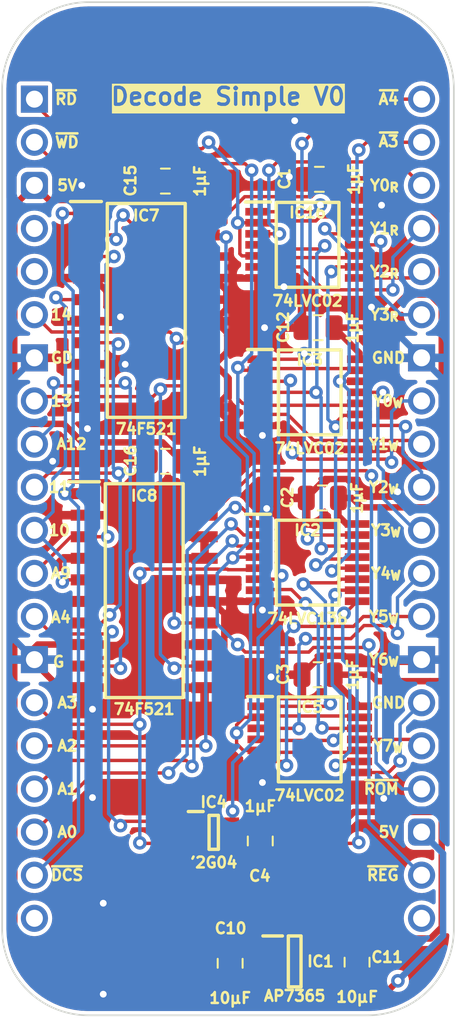
<source format=kicad_pcb>
(kicad_pcb (version 20221018) (generator pcbnew)
  (layers (0 "F.Cu" signal) (31 "B.Cu" signal) (36 "B.SilkS" user "B.Silkscreen") (37 "F.SilkS" user "F.Silkscreen") (38 "B.Mask" user) (39 "F.Mask" user) (44 "Edge.Cuts" user))
  (net 0 "")
  (net 1 "/5V")
  (net 2 "/GND")
  (net 3 "/3.3V")
  (net 5 "/A0")
  (net 6 "/A1")
  (net 7 "/A2")
  (net 8 "/A3")
  (net 9 "/~{WD}")
  (net 10 "/A9")
  (net 11 "/A10")
  (net 12 "/A11")
  (net 13 "/A12")
  (net 14 "/A13")
  (net 15 "/A14")
  (net 19 "/~{A4}")
  (net 20 "/A4")
  (net 21 "/~{RD}")
  (net 23 "/~{A3}")
  (net 24 "/~{Device Registers}")
  (net 25 "/~{Device ROM}")
  (net 26 "/~{Device Select}")
  (net 27 "/~{Y7}")
  (net 28 "/~{Y6}")
  (net 29 "/~{Y5}")
  (net 30 "/~{Y4}")
  (net 31 "/~{Y3}")
  (net 32 "/~{Y2}")
  (net 33 "/~{Y1}")
  (net 34 "/~{Y0}")
  (net 35 "/Y0+W")
  (net 36 "/Y1+W")
  (net 37 "/Y2+W")
  (net 38 "/Y3+W")
  (net 39 "/Y4+W")
  (net 40 "/Y5+W")
  (net 41 "/Y6+W")
  (net 42 "/Y7+W")
  (net 43 "/Y0+R")
  (net 44 "/Y1+R")
  (net 45 "/Y2+R")
  (net 46 "/Y3+R")
  (footprint "SamacSys_Parts:C_0805" (layer "F.Cu") (at 100.457 109.347)
    (fp_text reference "C10")
    (fp_text value "10µF")
  )
  (footprint "SamacSys_Parts:SOT95P285X130-5N" (layer "F.Cu") (at 104.267 109.22)
    (fp_text reference "IC1")
    (fp_text value "AP7365-33WG-7" hide)
  )
  (footprint "SamacSys_Parts:SOP65P640X110-14N" (layer "F.Cu") (at 105.029 67.002961)
    (fp_text reference "IC16")
    (fp_text value "74LVC02APW,118" hide)
  )
  (footprint "SamacSys_Parts:C_0805" (layer "F.Cu") (at 102.235 102.108 180)
    (fp_text reference "C4")
    (fp_text value "1μF")
  )
  (footprint "SamacSys_Parts:DIP-40_Board_W22.86mm" (layer "F.Cu") (at 88.9 58.42)
    (fp_text reference "J1" hide)
    (fp_text value "Conn_02x20_Counter_Clockwise")
    (fp_line (start -1.905 -0.635) (end -1.905 48.895) (stroke (width 0.1)) (layer "Edge.Cuts"))
    (fp_line (start 19.685 -5.715) (end 3.175 -5.715) (stroke (width 0.1)) (layer "Edge.Cuts"))
    (fp_line (start 19.685 53.975) (end 3.175 53.975) (stroke (width 0.1)) (layer "Edge.Cuts"))
    (fp_line (start 24.765 48.895) (end 24.765 -0.635) (stroke (width 0.1)) (layer "Edge.Cuts"))
    (fp_arc (start -1.905 -0.635) (mid -0.417102 -4.227102) (end 3.175 -5.715) (stroke (width 0.1)) (layer "Edge.Cuts"))
    (fp_arc (start 3.175 53.975) (mid -0.417102 52.487102) (end -1.905 48.895) (stroke (width 0.1)) (layer "Edge.Cuts"))
    (fp_arc (start 19.685 -5.715) (mid 23.277102 -4.227102) (end 24.765 -0.635) (stroke (width 0.1)) (layer "Edge.Cuts"))
    (fp_arc (start 24.765 48.895) (mid 23.277102 52.487102) (end 19.685 53.975) (stroke (width 0.1)) (layer "Edge.Cuts"))
  )
  (footprint "SamacSys_Parts:SOP65P640X110-14N" (layer "F.Cu") (at 105.156 75.692)
    (fp_text reference "IC3")
    (fp_text value "74LVC02APW,118" hide)
  )
  (footprint "SamacSys_Parts:SOP65P640X110-16N" (layer "F.Cu") (at 105.029 85.725)
    (fp_text reference "IC2")
    (fp_text value "74LVC138APW-Q100J" hide)
  )
  (footprint "SamacSys_Parts:C_0805" (layer "F.Cu") (at 105.918 81.915 90)
    (fp_text reference "C2")
    (fp_text value "1μF")
  )
  (footprint "SamacSys_Parts:C_0805" (layer "F.Cu") (at 107.95 109.281)
    (fp_text reference "C11")
    (fp_text value "10µF")
  )
  (footprint "SamacSys_Parts:SOP65P210X110-6N" (layer "F.Cu") (at 99.487 101.615)
    (fp_text reference "IC4")
    (fp_text value "74LVC2G04GW-Q100H" hide)
  )
  (footprint "SamacSys_Parts:SOIC127P780X200-20N" (layer "F.Cu") (at 95.383 87.376)
    (fp_text reference "IC8")
    (fp_text value "SN74F521NSR" hide)
  )
  (footprint "SamacSys_Parts:C_0805" (layer "F.Cu") (at 96.653 79.756 90)
    (fp_text reference "C16")
    (fp_text value "1μF")
  )
  (footprint "SamacSys_Parts:C_0805" (layer "F.Cu") (at 96.647 63.246 90)
    (fp_text reference "C15")
    (fp_text value "1μF")
  )
  (footprint "SamacSys_Parts:C_0805" (layer "F.Cu") (at 105.664 71.882 90)
    (fp_text reference "C12")
    (fp_text value "1μF")
  )
  (footprint "SamacSys_Parts:SOIC127P780X200-20N" (layer "F.Cu") (at 95.504 70.866)
    (fp_text reference "IC7")
    (fp_text value "SN74F521NSR" hide)
  )
  (footprint "SamacSys_Parts:C_0805" (layer "F.Cu") (at 105.664 92.329 90)
    (fp_text reference "C3")
    (fp_text value "1μF")
  )
  (footprint "SamacSys_Parts:C_0805" (layer "F.Cu") (at 105.741 63.142161 90)
    (fp_text reference "C1")
    (fp_text value "1μF")
  )
  (footprint "SamacSys_Parts:SOP65P640X110-14N" (layer "F.Cu") (at 105.156 96.139)
    (fp_text reference "IC5")
    (fp_text value "74LVC02APW,118" hide)
  )
  (gr_text "13" (at 89.789 76.2) (layer "F.SilkS") (effects (font (size 0.635 0.635) (thickness 0.15) bold) (justify left)))
  (gr_text "GND" (at 110.871 93.98) (layer "F.SilkS") (effects (font (size 0.635 0.635) (thickness 0.15) bold) (justify right)))
  (gr_text "Y3_{R}" (at 110.49 71.12) (layer "F.SilkS") (effects (font (size 0.635 0.635) (thickness 0.15) bold) (justify right)))
  (gr_text "Y7_{W}" (at 110.744 96.52) (layer "F.SilkS") (effects (font (size 0.635 0.635) (thickness 0.15) bold) (justify right)))
  (gr_text "A9" (at 89.789 86.36) (layer "F.SilkS") (effects (font (size 0.635 0.635) (thickness 0.15) bold) (justify left)))
  (gr_text "5V" (at 90.17 63.5) (layer "F.SilkS") (effects (font (size 0.635 0.635) (thickness 0.15) bold) (justify left)))
  (gr_text "~{A3}" (at 110.49 60.9092) (layer "F.SilkS") (effects (font (size 0.635 0.635) (thickness 0.15) bold) (justify right)))
  (gr_text "A12" (at 90.1192 78.74) (layer "F.SilkS") (effects (font (size 0.635 0.635) (thickness 0.15) bold) (justify left)))
  (gr_text "A2" (at 90.17 96.52) (layer "F.SilkS") (effects (font (size 0.635 0.635) (thickness 0.15) bold) (justify left)))
  (gr_text "10" (at 89.662 83.82) (layer "F.SilkS") (effects (font (size 0.635 0.635) (thickness 0.15) bold) (justify left)))
  (gr_text "~{WD}" (at 90.043 60.96) (layer "F.SilkS") (effects (font (size 0.635 0.635) (thickness 0.15) bold) (justify left)))
  (gr_text "11" (at 89.662 81.28) (layer "F.SilkS") (effects (font (size 0.635 0.635) (thickness 0.15) bold) (justify left)))
  (gr_text "Y0_{R}" (at 110.49 63.5) (layer "F.SilkS") (effects (font (size 0.635 0.635) (thickness 0.15) bold) (justify right)))
  (gr_text "Decode Simple V0" (at 100.33 58.2676) (layer "F.SilkS" knockout) (effects (font (size 1 1) (thickness 0.2) bold)))
  (gr_text "GND" (at 110.871 73.66) (layer "F.SilkS") (effects (font (size 0.635 0.635) (thickness 0.15) bold) (justify right)))
  (gr_text "Y3_{W}" (at 110.617 83.82) (layer "F.SilkS") (effects (font (size 0.635 0.635) (thickness 0.15) bold) (justify right)))
  (gr_text "Y1_{R}" (at 110.49 66.04) (layer "F.SilkS") (effects (font (size 0.635 0.635) (thickness 0.15) bold) (justify right)))
  (gr_text "Y2_{R}" (at 110.49 68.58) (layer "F.SilkS") (effects (font (size 0.635 0.635) (thickness 0.15) bold) (justify right)))
  (gr_text "14" (at 89.789 71.12) (layer "F.SilkS") (effects (font (size 0.635 0.635) (thickness 0.15) bold) (justify left)))
  (gr_text "A3" (at 90.17 93.98) (layer "F.SilkS") (effects (font (size 0.635 0.635) (thickness 0.15) bold) (justify left)))
  (gr_text "Y5_{W}" (at 110.49 88.9) (layer "F.SilkS") (effects (font (size 0.635 0.635) (thickness 0.15) bold) (justify right)))
  (gr_text "A1" (at 90.17 99.06) (layer "F.SilkS") (effects (font (size 0.635 0.635) (thickness 0.15) bold) (justify left)))
  (gr_text "A0" (at 90.17 101.6) (layer "F.SilkS") (effects (font (size 0.635 0.635) (thickness 0.15) bold) (justify left)))
  (gr_text "~{RD}" (at 90.043 58.42) (layer "F.SilkS") (effects (font (size 0.635 0.635) (thickness 0.15) bold) (justify left)))
  (gr_text "~{ROM}" (at 110.49 99.06) (layer "F.SilkS") (effects (font (size 0.635 0.635) (thickness 0.15) bold) (justify right)))
  (gr_text "A4" (at 89.789 88.9508) (layer "F.SilkS") (effects (font (size 0.635 0.635) (thickness 0.15) bold) (justify left)))
  (gr_text "~{REG}" (at 110.49 104.14) (layer "F.SilkS") (effects (font (size 0.635 0.635) (thickness 0.15) bold) (justify right)))
  (gr_text "~{A4}" (at 110.49 58.42) (layer "F.SilkS") (effects (font (size 0.635 0.635) (thickness 0.15) bold) (justify right)))
  (gr_text "GD" (at 89.789 73.66) (layer "F.SilkS") (effects (font (size 0.635 0.635) (thickness 0.15) bold) (justify left)))
  (gr_text "Y1_{W}" (at 110.49 78.74) (layer "F.SilkS") (effects (font (size 0.635 0.635) (thickness 0.15) bold) (justify right)))
  (gr_text "Y0_{W}" (at 110.744 76.2) (layer "F.SilkS") (effects (font (size 0.635 0.635) (thickness 0.15) bold) (justify right)))
  (gr_text "~{DCS}" (at 89.789 104.14) (layer "F.SilkS") (effects (font (size 0.635 0.635) (thickness 0.15) bold) (justify left)))
  (gr_text "Y2_{W}" (at 110.49 81.28) (layer "F.SilkS") (effects (font (size 0.635 0.635) (thickness 0.15) bold) (justify right)))
  (gr_text "Y6_{W}" (at 110.49 91.44) (layer "F.SilkS") (effects (font (size 0.635 0.635) (thickness 0.15) bold) (justify right)))
  (gr_text "G" (at 89.916 91.567) (layer "F.SilkS") (effects (font (size 0.635 0.635) (thickness 0.15) bold) (justify left)))
  (gr_text "5V" (at 110.49 101.6) (layer "F.SilkS") (effects (font (size 0.635 0.635) (thickness 0.15) bold) (justify right)))
  (gr_text "Y4_{W}" (at 110.617 86.36) (layer "F.SilkS") (effects (font (size 0.635 0.635) (thickness 0.15) bold) (justify right)))
  (segment (start 102.012 108.27) (end 102.002 108.28) (width 0.38) (layer "F.Cu") (net 1))
  (segment (start 87.71 77.042001) (end 88.217999 77.55) (width 0.38) (layer "F.Cu") (net 1))
  (segment (start 100.457 110.281) (end 101.281 111.105) (width 0.38) (layer "F.Cu") (net 1))
  (segment (start 90.342 110.281) (end 100.457 110.281) (width 0.38) (layer "F.Cu") (net 1))
  (segment (start 98.679 63.881) (end 98.044 63.246) (width 0.38) (layer "F.Cu") (net 1))
  (segment (start 101.281 111.105) (end 109.621 111.105) (width 0.38) (layer "F.Cu") (net 1))
  (segment (start 89.761 64.361) (end 88.9 63.5) (width 0.38) (layer "F.Cu") (net 1))
  (segment (start 100.457 110.109) (end 101.346 109.22) (width 0.38) (layer "F.Cu") (net 1))
  (segment (start 87.71 78.057999) (end 87.71 107.649) (width 0.38) (layer "F.Cu") (net 1))
  (segment (start 96.294 64.361) (end 89.761 64.361) (width 0.38) (layer "F.Cu") (net 1))
  (segment (start 90.635456 77.55) (end 91.726456 78.641) (width 0.38) (layer "F.Cu") (net 1))
  (segment (start 102.002 109.22) (end 102.002 110.16) (width 0.38) (layer "F.Cu") (net 1))
  (segment (start 102.002 108.28) (end 102.002 109.22) (width 0.38) (layer "F.Cu") (net 1))
  (segment (start 88.217999 77.55) (end 87.71 78.057999) (width 0.38) (layer "F.Cu") (net 1))
  (segment (start 91.726456 78.641) (end 96.472 78.641) (width 0.38) (layer "F.Cu") (net 1))
  (segment (start 97.587 79.756) (end 97.587 80.303) (width 0.38) (layer "F.Cu") (net 1))
  (segment (start 87.71 64.69) (end 87.71 77.042001) (width 0.38) (layer "F.Cu") (net 1))
  (segment (start 102.002 110.16) (end 102.012 110.17) (width 0.38) (layer "F.Cu") (net 1))
  (segment (start 98.679 65.151) (end 98.679 63.881) (width 0.38) (layer "F.Cu") (net 1))
  (segment (start 88.217999 77.55) (end 90.635456 77.55) (width 0.38) (layer "F.Cu") (net 1))
  (segment (start 96.472 78.641) (end 97.587 79.756) (width 0.38) (layer "F.Cu") (net 1))
  (segment (start 102.012 110.17) (end 102.967 110.17) (width 0.38) (layer "F.Cu") (net 1))
  (segment (start 97.587 80.303) (end 98.945 81.661) (width 0.38) (layer "F.Cu") (net 1))
  (segment (start 98.044 63.246) (end 97.581 63.246) (width 0.38) (layer "F.Cu") (net 1))
  (segment (start 88.9 63.5) (end 87.71 64.69) (width 0.38) (layer "F.Cu") (net 1))
  (segment (start 97.409 63.246) (end 96.294 64.361) (width 0.38) (layer "F.Cu") (net 1))
  (segment (start 102.967 108.27) (end 102.012 108.27) (width 0.38) (layer "F.Cu") (net 1))
  (segment (start 101.346 109.22) (end 102.002 109.22) (width 0.38) (layer "F.Cu") (net 1))
  (segment (start 87.71 107.649) (end 90.342 110.281) (width 0.38) (layer "F.Cu") (net 1))
  (segment (start 109.621 111.105) (end 110.363 110.363) (width 0.38) (layer "F.Cu") (net 1))
  (via (at 110.363 110.363) (size 0.8) (drill 0.4) (layers "F.Cu" "B.Cu") (net 1))
  (segment (start 113.03 102.87) (end 111.76 101.6) (width 0.38) (layer "B.Cu") (net 1))
  (segment (start 113.03 107.696) (end 113.03 102.87) (width 0.38) (layer "B.Cu") (net 1))
  (segment (start 110.363 110.363) (end 113.03 107.696) (width 0.38) (layer "B.Cu") (net 1))
  (segment (start 95.583353 89.586353) (end 94.008 88.011) (width 0.38) (layer "F.Cu") (net 2))
  (segment (start 94.561229 93.119) (end 91.849 93.119) (width 0.38) (layer "F.Cu") (net 2))
  (segment (start 101.258 107.58) (end 100.457 108.381) (width 0.38) (layer "F.Cu") (net 2))
  (segment (start 106.067 80.8) (end 107.367097 80.8) (width 0.38) (layer "F.Cu") (net 2))
  (segment (start 110.778669 80.13686) (end 110.347043 80.568486) (width 0.38) (layer "F.Cu") (net 2))
  (segment (start 99.549 74.041) (end 100.33 73.26) (width 0.38) (layer "F.Cu") (net 2))
  (segment (start 100.629 77.642) (end 102.218 77.642) (width 0.38) (layer "F.Cu") (net 2))
  (segment (start 104.952 81.915) (end 103.234416 81.915) (width 0.38) (layer "F.Cu") (net 2))
  (segment (start 102.104 88) (end 98.956 88) (width 0.38) (layer "F.Cu") (net 2))
  (segment (start 103.3018 99.6188) (end 102.362 98.679) (width 0.38) (layer "F.Cu") (net 2))
  (segment (start 104.7742 92.329) (end 102.997 92.329) (width 0.38) (layer "F.Cu") (net 2))
  (segment (start 90.066132 79.661579) (end 89.976138 79.751573) (width 0.38) (layer "F.Cu") (net 2))
  (segment (start 99.549 74.041) (end 100.33 74.822) (width 0.38) (layer "F.Cu") (net 2))
  (segment (start 94.262 81.181) (end 95.687 79.756) (width 0.38) (layer "F.Cu") (net 2))
  (segment (start 93.98 70.549) (end 92.392 68.961) (width 0.38) (layer "F.Cu") (net 2))
  (segment (start 93.847451 90.551) (end 95.583353 90.551) (width 0.38) (layer "F.Cu") (net 2))
  (segment (start 104.902 70.739) (end 108.736555 70.739) (width 0.38) (layer "F.Cu") (net 2))
  (segment (start 101.473 91.821) (end 102.108 92.456) (width 0.38) (layer "F.Cu") (net 2))
  (segment (start 91.942 71.501) (end 93.726 71.501) (width 0.38) (layer "F.Cu") (net 2))
  (segment (start 104.267 108.875) (end 104.267 107.58) (width 0.38) (layer "F.Cu") (net 2))
  (segment (start 91.942 77.739315) (end 92.032 77.829315) (width 0.38) (layer "F.Cu") (net 2))
  (segment (start 100.11 88.726) (end 100.11 90.551) (width 0.38) (layer "F.Cu") (net 2))
  (segment (start 110.347043 80.568486) (end 110.347043 81.549957) (width 0.38) (layer "F.Cu") (net 2))
  (segment (start 100.231 70.786) (end 99.516 71.501) (width 0.38) (layer "F.Cu") (net 2))
  (segment (start 108.117054 81.549957) (end 110.347043 81.549957) (width 0.38) (layer "F.Cu") (net 2))
  (segment (start 110.778669 79.481523) (end 110.778669 80.13686) (width 0.38) (layer "F.Cu") (net 2))
  (segment (start 102.218 77.642) (end 103.810623 77.642) (width 0.38) (layer "F.Cu") (net 2))
  (segment (start 102.218 98.089) (end 102.218 98.535) (width 0.38) (layer "F.Cu") (net 2))
  (segment (start 100.33 74.822) (end 100.33 75.8) (width 0.38) (layer "F.Cu") (net 2))
  (segment (start 103.234416 81.915) (end 102.613 82.536416) (width 0.38) (layer "F.Cu") (net 2))
  (segment (start 102.967 109.22) (end 103.922 109.22) (width 0.38) (layer "F.Cu") (net 2))
  (segment (start 107.367097 80.8) (end 108.117054 81.549957) (width 0.38) (layer "F.Cu") (net 2))
  (segment (start 99.516 68.961) (end 100.231 69.676) (width 0.38) (layer "F.Cu") (net 2))
  (segment (start 100.33 75.8) (end 99.549 76.581) (width 0.38) (layer "F.Cu") (net 2))
  (segment (start 107.95 108.315) (end 107.215 107.58) (width 0.38) (layer "F.Cu") (net 2))
  (segment (start 102.108 92.456) (end 102.87 92.456) (width 0.38) (layer "F.Cu") (net 2))
  (segment (start 94.234 71.501) (end 99.066 71.501) (width 0.38) (layer "F.Cu") (net 2))
  (segment (start 108.736555 70.739) (end 108.8024 70.673155) (width 0.38) (layer "F.Cu") (net 2))
  (segment (start 102.997 92.329) (end 102.87 92.456) (width 0.38) (layer "F.Cu") (net 2))
  (segment (start 107.215 107.58) (end 104.267 107.58) (width 0.38) (layer "F.Cu") (net 2))
  (segment (start 100.231 70.231) (end 100.231 70.786) (width 0.38) (layer "F.Cu") (net 2))
  (segment (start 99.395 93.091) (end 100.11 92.376) (width 0.38) (layer "F.Cu") (net 2))
  (segment (start 100.231 69.676) (end 100.231 70.231) (width 0.38) (layer "F.Cu") (net 2))
  (segment (start 95.583353 90.884353) (end 95.583353 90.551) (width 0.38) (layer "F.Cu") (net 2))
  (segment (start 104.698 92.329) (end 105.813 91.214) (width 0.38) (layer "F.Cu") (net 2))
  (segment (start 100.33 72.235) (end 99.596 71.501) (width 0.38) (layer "F.Cu") (net 2))
  (segment (start 89.096035 90.551) (end 88.674 90.973035) (width 0.38) (layer "F.Cu") (net 2))
  (segment (start 90.386035 93.091) (end 88.817517 91.522482) (width 0.38) (layer "F.Cu") (net 2))
  (segment (start 91.821 90.551) (end 89.096035 90.551) (width 0.38) (layer "F.Cu") (net 2))
  (segment (start 104.952 81.915) (end 106.067 80.8) (width 0.38) (layer "F.Cu") (net 2))
  (segment (start 93.98 71.247) (end 93.98 70.549) (width 0.38) (layer "F.Cu") (net 2))
  (segment (start 100.11 90.551) (end 100.11 91.821) (width 0.38) (layer "F.Cu") (net 2))
  (segment (start 99.066 74.041) (end 94.258 74.041) (width 0.38) (layer "F.Cu") (net 2))
  (segment (start 103.115961 68.952961) (end 103.632 69.469) (width 0.38) (layer "F.Cu") (net 2))
  (segment (start 102.362 77.786) (end 102.362 78.232) (width 0.38) (layer "F.Cu") (net 2))
  (segment (start 103.632 69.469) (end 104.902 70.739) (width 0.38) (layer "F.Cu") (net 2))
  (segment (start 95.583353 90.551) (end 95.583353 89.586353) (width 0.38) (layer "F.Cu") (net 2))
  (segment (start 100.11 92.376) (end 100.11 91.821) (width 0.38) (layer "F.Cu") (net 2))
  (segment (start 93.726 71.501) (end 93.98 71.247) (width 0.38) (layer "F.Cu") (net 2))
  (segment (start 91.821 93.091) (end 91.821 93.852998) (width 0.38) (layer "F.Cu") (net 2))
  (segment (start 102.362 98.679) (end 101.473 99.568) (width 0.38) (layer "F.Cu") (net 2))
  (segment (start 102.362 88.258) (end 102.362 88.519) (width 0.38) (layer "F.Cu") (net 2))
  (segment (start 104.698 71.882) (end 102.489 71.882) (width 0.38) (layer "F.Cu") (net 2))
  (segment (start 94.262 87.757) (end 94.262 81.181) (width 0.38) (layer "F.Cu") (net 2))
  (segment (start 107.189297 91.214) (end 107.542297 91.567) (width 0.38) (layer "F.Cu") (net 2))
  (segment (start 99.395 88.011) (end 100.11 88.726) (width 0.38) (layer "F.Cu") (net 2))
  (segment (start 102.091 68.952961) (end 103.115961 68.952961) (width 0.38) (layer "F.Cu") (net 2))
  (segment (start 100.457 108.381) (end 95.554008 108.381) (width 0.38) (layer "F.Cu") (net 2))
  (segment (start 91.850298 90.580298) (end 93.818153 90.580298) (width 0.38) (layer "F.Cu") (net 2))
  (segment (start 95.583353 90.884353) (end 95.583353 92.096876) (width 0.38) (layer "F.Cu") (net 2))
  (segment (start 93.818153 90.580298) (end 93.847451 90.551) (width 0.38) (layer "F.Cu") (net 2))
  (segment (start 102.489 71.882) (end 100.81 70.203) (width 0.38) (layer "F.Cu") (net 2))
  (segment (start 107.542297 91.567) (end 111.633 91.567) (width 0.38) (layer "F.Cu") (net 2))
  (segment (start 91.821 93.852998) (end 92.329002 94.361) (width 0.38) (layer "F.Cu") (net 2))
  (segment (start 100.11 91.821) (end 101.473 91.821) (width 0.38) (layer "F.Cu") (net 2))
  (segment (start 105.187375 79.018752) (end 110.315898 79.018752) (width 0.38) (layer "F.Cu") (net 2))
  (segment (start 110.315898 79.018752) (end 110.778669 79.481523) (width 0.38) (layer "F.Cu") (net 2))
  (segment (start 105.813 91.214) (end 107.189297 91.214) (width 0.38) (layer "F.Cu") (net 2))
  (segment (start 91.694 63.5) (end 95.427 63.5) (width 0.38) (layer "F.Cu") (net 2))
  (segment (start 100.259 70.203) (end 100.231 70.231) (width 0.38) (layer "F.Cu") (net 2))
  (segment (start 104.775 63.142161) (end 104.095446 63.142161) (width 0.38) (layer "F.Cu") (net 2))
  (segment (start 98.945 90.551) (end 100.11 90.551) (width 0.38) (layer "F.Cu") (net 2))
  (segment (start 91.942 76.581) (end 99.066 76.581) (width 0.38) (layer "F.Cu") (net 2))
  (segment (start 100.81 70.203) (end 100.259 70.203) (width 0.38) (layer "F.Cu") (net 2))
  (segment (start 101.473 99.568) (end 92.329 99.568) (width 0.38) (layer "F.Cu") (net 2))
  (segment (start 95.583353 90.551) (end 98.945 90.551) (width 0.38) (layer "F.Cu") (net 2))
  (segment (start 104.095446 63.142161) (end 103.948 62.994715) (width 0.38) (layer "F.Cu") (net 2))
  (segment (start 91.942 76.581) (end 91.942 77.739315) (width 0.38) (layer "F.Cu") (net 2))
  (segment (start 91.821 88.011) (end 94.008 88.011) (width 0.38) (layer "F.Cu") (net 2))
  (segment (start 93.98 71.247) (end 94.234 71.501) (width 0.38) (layer "F.Cu") (net 2))
  (segment (start 109.5248 99.6188) (end 103.3018 99.6188) (width 0.38) (layer "F.Cu") (net 2))
  (segment (start 100.33 73.26) (end 100.33 72.235) (width 0.38) (layer "F.Cu") (net 2))
  (segment (start 102.218 98.535) (end 102.362 98.679) (width 0.38) (layer "F.Cu") (net 2))
  (segment (start 94.008 88.011) (end 94.262 87.757) (width 0.38) (layer "F.Cu") (net 2))
  (segment (start 102.104 88) (end 102.362 88.258) (width 0.38) (layer "F.Cu") (net 2))
  (segment (start 95.592579 79.661579) (end 90.066132 79.661579) (width 0.38) (layer "F.Cu") (net 2))
  (segment (start 91.821 93.091) (end 90.386035 93.091) (width 0.38) (layer "F.Cu") (net 2))
  (segment (start 99.568 76.581) (end 100.629 77.642) (width 0.38) (layer "F.Cu") (net 2))
  (segment (start 103.810623 77.642) (end 105.187375 79.018752) (width 0.38) (layer "F.Cu") (net 2))
  (segment (start 95.554008 108.381) (end 92.964003 105.790995) (width 0.38) (layer "F.Cu") (net 2))
  (segment (start 104.267 107.58) (end 101.258 107.58) (width 0.38) (layer "F.Cu") (net 2))
  (segment (start 95.583353 92.096876) (end 94.561229 93.119) (width 0.38) (layer "F.Cu") (net 2))
  (segment (start 103.922 109.22) (end 104.267 108.875) (width 0.38) (layer "F.Cu") (net 2))
  (segment (start 91.942 74.041) (end 94.258 74.041) (width 0.38) (layer "F.Cu") (net 2))
  (segment (start 102.218 77.642) (end 102.362 77.786) (width 0.38) (layer "F.Cu") (net 2))
  (via (at 92.964003 105.790995) (size 0.8) (drill 0.4) (layers "F.Cu" "B.Cu") (net 2))
  (via (at 109.5248 99.6188) (size 0.8) (drill 0.4) (layers "F.Cu" "B.Cu") (net 2))
  (via (at 102.362 78.232) (size 0.8) (drill 0.4) (layers "F.Cu" "B.Cu") (net 2))
  (via (at 104.267 59.69) (size 0.8) (drill 0.4) (layers "F.Cu" "B.Cu") (net 2))
  (via (at 103.632 69.469) (size 0.8) (drill 0.4) (layers "F.Cu" "B.Cu") (net 2))
  (via (at 109.396868 64.667097) (size 0.8) (drill 0.4) (layers "F.Cu" "B.Cu") (net 2))
  (via (at 92.329 99.568) (size 0.8) (drill 0.4) (layers "F.Cu" "B.Cu") (net 2))
  (via (at 102.362 88.519) (size 0.8) (drill 0.4) (layers "F.Cu" "B.Cu") (net 2))
  (via (at 92.329002 94.361) (size 0.8) (drill 0.4) (layers "F.Cu" "B.Cu") (net 2))
  (via (at 89.976138 79.751573) (size 0.8) (drill 0.4) (layers "F.Cu" "B.Cu") (net 2))
  (via (at 92.032 77.829315) (size 0.8) (drill 0.4) (layers "F.Cu" "B.Cu") (net 2))
  (via (at 93.98 71.247) (size 0.8) (drill 0.4) (layers "F.Cu" "B.Cu") (net 2))
  (via (at 91.694 63.5) (size 0.8) (drill 0.4) (layers "F.Cu" "B.Cu") (net 2))
  (via (at 108.8024 70.673155) (size 0.8) (drill 0.4) (layers "F.Cu" "B.Cu") (net 2))
  (via (at 102.87 92.456) (size 0.8) (drill 0.4) (layers "F.Cu" "B.Cu") (net 2))
  (via (at 102.613 82.536416) (size 0.8) (drill 0.4) (layers "F.Cu" "B.Cu") (net 2))
  (via (at 103.948 62.994715) (size 0.8) (drill 0.4) (layers "F.Cu" "B.Cu") (net 2))
  (via (at 102.362 98.679) (size 0.8) (drill 0.4) (layers "F.Cu" "B.Cu") (net 2))
  (via (at 94.258 74.041) (size 0.8) (drill 0.4) (layers "F.Cu" "B.Cu") (net 2))
  (via (at 110.347043 81.549957) (size 0.8) (drill 0.4) (layers "F.Cu" "B.Cu") (net 2))
  (via (at 102.489 71.882) (size 0.8) (drill 0.4) (layers "F.Cu" "B.Cu") (net 2))
  (via (at 92.964 111.1504) (size 0.8) (drill 0.4) (layers "F.Cu" "B.Cu") (net 2))
  (segment (start 111.76 73.66) (end 112.95 74.85) (width 0.38) (layer "B.Cu") (net 2))
  (segment (start 87.71 90.25) (end 88.9 91.44) (width 0.38) (layer "B.Cu") (net 2))
  (segment (start 88.392 79.93) (end 89.797711 79.93) (width 0.38) (layer "B.Cu") (net 2))
  (segment (start 102.823 78.693) (end 102.823 82.326416) (width 0.38) (layer "B.Cu") (net 2))
  (segment (start 102.87 92.456) (end 102.87 98.171) (width 0.38) (layer "B.Cu") (net 2))
  (segment (start 102.489 71.882) (end 102.489 70.612) (width 0.38) (layer "B.Cu") (net 2))
  (segment (start 88.9 73.66) (end 87.71 74.85) (width 0.38) (layer "B.Cu") (net 2))
  (segment (start 112.95 81.788) (end 112.95 81.948) (width 0.38) (layer "B.Cu") (net 2))
  (segment (start 112.95 83.312) (end 112.95 100.206799) (width 0.38) (layer "B.Cu") (net 2))
  (segment (start 109.396868 64.667097) (end 109.396868 61.442039) (width 0.38) (layer "B.Cu") (net 2))
  (segment (start 112.95 81.948) (end 112.268 82.63) (width 0.38) (layer "B.Cu") (net 2))
  (segment (start 91.694 63.5) (end 95.504 59.69) (width 0.38) (layer "B.Cu") (net 2))
  (segment (start 92.329 99.568) (end 92.329 94.361002) (width 0.38) (layer "B.Cu") (net 2))
  (segment (start 92.329 99.568) (end 92.329 105.155992) (width 0.38) (layer "B.Cu") (net 2))
  (segment (start 92.964003 105.790995) (end 92.964 105.790998) (width 0.38) (layer "B.Cu") (net 2))
  (segment (start 87.71 79.248) (end 88.392 79.93) (width 0.38) (layer "B.Cu") (net 2))
  (segment (start 89.797711 79.93) (end 89.976138 79.751573) (width 0.38) (layer "B.Cu") (net 2))
  (segment (start 102.362 82.787416) (end 102.613 82.536416) (width 0.38) (layer "B.Cu") (net 2))
  (segment (start 88.392 79.93) (end 88.298 79.93) (width 0.38) (layer "B.Cu") (net 2))
  (segment (start 107.644829 59.69) (end 104.267 59.69) (width 0.38) (layer "B.Cu") (net 2))
  (segment (start 110.1852 100.2792) (end 109.5248 99.6188) (width 0.38) (layer "B.Cu") (net 2))
  (segment (start 112.268 82.63) (end 111.427086 82.63) (width 0.38) (layer "B.Cu") (net 2))
  (segment (start 102.823 82.326416) (end 102.613 82.536416) (width 0.38) (layer "B.Cu") (net 2))
  (segment (start 111.76 73.66) (end 108.8024 70.7024) (width 0.38) (layer "B.Cu") (net 2))
  (segment (start 112.95 100.206799) (end 112.877599 100.2792) (width 0.38) (layer "B.Cu") (net 2))
  (segment (start 102.362 78.232) (end 102.823 78.693) (width 0.38) (layer "B.Cu") (net 2))
  (segment (start 104.158 63.204715) (end 103.948 62.994715) (width 0.38) (layer "B.Cu") (net 2))
  (segment (start 102.362 88.519) (end 102.362 82.787416) (width 0.38) (layer "B.Cu") (net 2))
  (segment (start 95.504 59.69) (end 104.267 59.69) (width 0.38) (layer "B.Cu") (net 2))
  (segment (start 112.95 74.85) (end 112.95 81.788) (width 0.38) (layer "B.Cu") (net 2))
  (segment (start 92.329 105.155992) (end 92.964003 105.790995) (width 0.38) (layer "B.Cu") (net 2))
  (segment (start 88.298 79.93) (end 87.71 80.518) (width 0.38) (layer "B.Cu") (net 2))
  (segment (start 102.489 70.612) (end 103.632 69.469) (width 0.38) (layer "B.Cu") (net 2))
  (segment (start 92.964 105.790998) (end 92.964 111.1504) (width 0.38) (layer "B.Cu") (net 2))
  (segment (start 104.158 68.943) (end 104.158 63.204715) (width 0.38) (layer "B.Cu") (net 2))
  (segment (start 112.877599 100.2792) (end 110.1852 100.2792) (width 0.38) (layer "B.Cu") (net 2))
  (segment (start 109.396868 61.442039) (end 107.644829 59.69) (width 0.38) (layer "B.Cu") (net 2))
  (segment (start 87.71 80.518) (end 87.71 90.25) (width 0.38) (layer "B.Cu") (net 2))
  (segment (start 111.427086 82.63) (end 110.347043 81.549957) (width 0.38) (layer "B.Cu") (net 2))
  (segment (start 103.632 69.469) (end 104.158 68.943) (width 0.38) (layer "B.Cu") (net 2))
  (segment (start 112.268 82.63) (end 112.95 83.312) (width 0.38) (layer "B.Cu") (net 2))
  (segment (start 102.362 78.232) (end 102.362 72.009) (width 0.38) (layer "B.Cu") (net 2))
  (segment (start 108.8024 70.7024) (end 108.8024 70.673155) (width 0.38) (layer "B.Cu") (net 2))
  (segment (start 92.329 94.361002) (end 92.329002 94.361) (width 0.38) (layer "B.Cu") (net 2))
  (segment (start 91.837036 63.643036) (end 91.837036 77.634351) (width 0.38) (layer "B.Cu") (net 2))
  (segment (start 102.87 98.171) (end 102.362 98.679) (width 0.38) (layer "B.Cu") (net 2))
  (segment (start 91.837036 77.634351) (end 92.032 77.829315) (width 0.38) (layer "B.Cu") (net 2))
  (segment (start 91.694 63.5) (end 91.837036 63.643036) (width 0.38) (layer "B.Cu") (net 2))
  (segment (start 87.71 74.85) (end 87.71 79.248) (width 0.38) (layer "B.Cu") (net 2))
  (segment (start 107.0044 101.174) (end 107.7684 100.41) (width 0.38) (layer "F.Cu") (net 3))
  (segment (start 106.277817 63.142161) (end 105.252817 64.167161) (width 0.2) (layer "F.Cu") (net 3))
  (segment (start 93.472 66.421) (end 93.726 66.675) (width 0.2) (layer "F.Cu") (net 3))
  (segment (start 112.95 83.152) (end 112.268 82.47) (width 0.38) (layer "F.Cu") (net 3))
  (segment (start 112.172915 64.77) (end 110.617 64.77) (width 0.38) (layer "F.Cu") (net 3))
  (segment (start 105.567 108.27) (end 106.005 108.27) (width 0.38) (layer "F.Cu") (net 3))
  (segment (start 106.598 92.329) (end 108.749 92.329) (width 0.38) (layer "F.Cu") (net 3))
  (segment (start 108.216853 82.47) (end 112.268 82.47) (width 0.38) (layer "F.Cu") (net 3))
  (segment (start 94.672586 65.786) (end 94.135793 65.249207) (width 0.2) (layer "F.Cu") (net 3))
  (segment (start 106.675 64.203961) (end 107.524 65.052961) (width 0.38) (layer "F.Cu") (net 3))
  (segment (start 106.852 82.976) (end 106.852 81.915) (width 0.38) (layer "F.Cu") (net 3))
  (segment (start 106.852 81.915) (end 107.661853 81.915) (width 0.38) (layer "F.Cu") (net 3))
  (segment (start 108.094 73.378) (end 106.598 71.882) (width 0.38) (layer "F.Cu") (net 3))
  (segment (start 100.203 65.278) (end 100.203 65.714) (width 0.2) (layer "F.Cu") (net 3))
  (segment (start 106.005 108.27) (end 107.95 110.215) (width 0.38) (layer "F.Cu") (net 3))
  (segment (start 91.942 66.421) (end 93.472 66.421) (width 0.2) (layer "F.Cu") (net 3))
  (segment (start 112.268 92.71) (end 112.87 92.71) (width 0.38) (layer "F.Cu") (net 3))
  (segment (start 101.3665 101.615) (end 100.549 101.615) (width 0.38) (layer "F.Cu") (net 3))
  (segment (start 112.95 100.664) (end 112.95 107.205) (width 0.38) (layer "F.Cu") (net 3))
  (segment (start 112.95 93.392) (end 112.268 92.71) (width 0.38) (layer "F.Cu") (net 3))
  (segment (start 106.598 92.693) (end 108.094 94.189) (width 0.38) (layer "F.Cu") (net 3))
  (segment (start 100.131 65.786) (end 94.672586 65.786) (width 0.2) (layer "F.Cu") (net 3))
  (segment (start 101.313839 64.167161) (end 100.203 65.278) (width 0.2) (layer "F.Cu") (net 3))
  (segment (start 108.749 92.329) (end 109.13 92.71) (width 0.38) (layer "F.Cu") (net 3))
  (segment (start 108.989161 63.142161) (end 106.675 63.142161) (width 0.38) (layer "F.Cu") (net 3))
  (segment (start 110.295 107.87) (end 107.95 110.215) (width 0.38) (layer "F.Cu") (net 3))
  (segment (start 112.95 70.627085) (end 112.252915 69.93) (width 0.38) (layer "F.Cu") (net 3))
  (segment (start 102.235 101.174) (end 107.0044 101.174) (width 0.38) (layer "F.Cu") (net 3))
  (segment (start 108.966 71.882) (end 106.598 71.882) (width 0.38) (layer "F.Cu") (net 3))
  (segment (start 107.661853 81.915) (end 108.216853 82.47) (width 0.38) (layer "F.Cu") (net 3))
  (segment (start 107.7684 100.41) (end 112.696 100.41) (width 0.38) (layer "F.Cu") (net 3))
  (segment (start 112.696 100.41) (end 112.95 100.664) (width 0.38) (layer "F.Cu") (net 3))
  (segment (start 112.95 69.232915) (end 112.95 65.547085) (width 0.38) (layer "F.Cu") (net 3))
  (segment (start 108.094 73.742) (end 108.094 73.378) (width 0.38) (layer "F.Cu") (net 3))
  (segment (start 106.675 63.142161) (end 106.675 64.203961) (width 0.38) (layer "F.Cu") (net 3))
  (segment (start 101.8075 101.174) (end 101.3665 101.615) (width 0.38) (layer "F.Cu") (net 3))
  (segment (start 112.95 81.788) (end 112.95 70.627085) (width 0.38) (layer "F.Cu") (net 3))
  (segment (start 112.95 92.63) (end 112.95 83.152) (width 0.38) (layer "F.Cu") (net 3))
  (segment (start 112.268 92.71) (end 109.13 92.71) (width 0.38) (layer "F.Cu") (net 3))
  (segment (start 112.95 65.547085) (end 112.172915 64.77) (width 0.38) (layer "F.Cu") (net 3))
  (segment (start 112.87 92.71) (end 112.95 92.63) (width 0.38) (layer "F.Cu") (net 3))
  (segment (start 110.918 69.93) (end 108.966 71.882) (width 0.38) (layer "F.Cu") (net 3))
  (segment (start 110.617 64.77) (end 108.989161 63.142161) (width 0.38) (layer "F.Cu") (net 3))
  (segment (start 112.696 100.41) (end 112.95 100.156) (width 0.38) (layer "F.Cu") (net 3))
  (segment (start 112.95 100.156) (end 112.95 93.392) (width 0.38) (layer "F.Cu") (net 3))
  (segment (start 112.252915 69.93) (end 110.918 69.93) (width 0.38) (layer "F.Cu") (net 3))
  (segment (start 112.285 107.87) (end 110.295 107.87) (width 0.38) (layer "F.Cu") (net 3))
  (segment (start 112.268 82.47) (end 112.95 81.788) (width 0.38) (layer "F.Cu") (net 3))
  (segment (start 107.453 83.45) (end 107.326 83.45) (width 0.38) (layer "F.Cu") (net 3))
  (segment (start 107.326 83.45) (end 106.852 82.976) (width 0.38) (layer "F.Cu") (net 3))
  (segment (start 100.203 65.714) (end 100.131 65.786) (width 0.2) (layer "F.Cu") (net 3))
  (segment (start 112.95 107.205) (end 112.285 107.87) (width 0.38) (layer "F.Cu") (net 3))
  (segment (start 112.95 69.232915) (end 112.252915 69.93) (width 0.38) (layer "F.Cu") (net 3))
  (segment (start 105.252817 64.167161) (end 101.313839 64.167161) (width 0.2) (layer "F.Cu") (net 3))
  (via (at 94.135793 65.249207) (size 0.8) (drill 0.4) (layers "F.Cu" "B.Cu") (net 3))
  (via (at 93.726 66.675) (size 0.8) (drill 0.4) (layers "F.Cu" "B.Cu") (net 3))
  (segment (start 93.726 65.659) (end 94.135793 65.249207) (width 0.2) (layer "B.Cu") (net 3))
  (segment (start 93.726 66.675) (end 93.726 65.659) (width 0.2) (layer "B.Cu") (net 3))
  (segment (start 92.381429 98.118571) (end 96.824032 98.118571) (width 0.2) (layer "F.Cu") (net 5))
  (segment (start 102.104 83.45) (end 101.131344 82.477344) (width 0.2) (layer "F.Cu") (net 5))
  (segment (start 88.9 101.6) (end 92.381429 98.118571) (width 0.2) (layer "F.Cu") (net 5))
  (segment (start 101.131344 82.477344) (end 100.757607 82.477344) (width 0.2) (layer "F.Cu") (net 5))
  (via (at 100.757607 82.477344) (size 0.8) (drill 0.4) (layers "F.Cu" "B.Cu") (net 5))
  (via (at 96.824032 98.118571) (size 0.8) (drill 0.4) (layers "F.Cu" "B.Cu") (net 5))
  (segment (start 96.824032 98.118571) (end 97.916992 97.025611) (width 0.2) (layer "B.Cu") (net 5))
  (segment (start 100.461273 82.477344) (end 100.757607 82.477344) (width 0.2) (layer "B.Cu") (net 5))
  (segment (start 97.916992 85.021625) (end 100.461273 82.477344) (width 0.2) (layer "B.Cu") (net 5))
  (segment (start 97.916992 97.025611) (end 97.916992 85.021625) (width 0.2) (layer "B.Cu") (net 5))
  (segment (start 102.104 84.1) (end 101.262071 84.1) (width 0.2) (layer "F.Cu") (net 6))
  (segment (start 88.9 99.06) (end 90.58059 97.37941) (width 0.2) (layer "F.Cu") (net 6))
  (segment (start 100.868578 83.706507) (end 100.770768 83.706507) (width 0.2) (layer "F.Cu") (net 6))
  (segment (start 97.86125 97.37941) (end 98.207197 97.725357) (width 0.2) (layer "F.Cu") (net 6))
  (segment (start 90.58059 97.37941) (end 97.86125 97.37941) (width 0.2) (layer "F.Cu") (net 6))
  (segment (start 101.262071 84.1) (end 100.868578 83.706507) (width 0.2) (layer "F.Cu") (net 6))
  (segment (start 100.770768 83.706507) (end 100.510628 83.446367) (width 0.2) (layer "F.Cu") (net 6))
  (via (at 98.207197 97.725357) (size 0.8) (drill 0.4) (layers "F.Cu" "B.Cu") (net 6))
  (via (at 100.510628 83.446367) (size 0.8) (drill 0.4) (layers "F.Cu" "B.Cu") (net 6))
  (segment (start 98.316992 97.615562) (end 98.316992 85.664479) (width 0.2) (layer "B.Cu") (net 6))
  (segment (start 98.316992 85.664479) (end 100.510628 83.470843) (width 0.2) (layer "B.Cu") (net 6))
  (segment (start 98.207197 97.725357) (end 98.316992 97.615562) (width 0.2) (layer "B.Cu") (net 6))
  (segment (start 100.510628 83.470843) (end 100.510628 83.446367) (width 0.2) (layer "B.Cu") (net 6))
  (segment (start 100.887593 84.75) (end 100.581451 84.443858) (width 0.2) (layer "F.Cu") (net 7))
  (segment (start 102.104 84.75) (end 100.887593 84.75) (width 0.2) (layer "F.Cu") (net 7))
  (segment (start 88.9 96.52) (end 99.017034 96.52) (width 0.2) (layer "F.Cu") (net 7))
  (via (at 100.581451 84.443858) (size 0.8) (drill 0.4) (layers "F.Cu" "B.Cu") (net 7))
  (via (at 99.017034 96.52) (size 0.8) (drill 0.4) (layers "F.Cu" "B.Cu") (net 7))
  (segment (start 99.016992 86.008317) (end 100.581451 84.443858) (width 0.2) (layer "B.Cu") (net 7))
  (segment (start 99.016992 96.519958) (end 99.016992 86.008317) (width 0.2) (layer "B.Cu") (net 7))
  (segment (start 99.017034 96.52) (end 99.016992 96.519958) (width 0.2) (layer "B.Cu") (net 7))
  (segment (start 100.284562 86.106) (end 95.377 86.106) (width 0.2) (layer "F.Cu") (net 8))
  (segment (start 90.17 95.25) (end 95.123 95.25) (width 0.2) (layer "F.Cu") (net 8))
  (segment (start 95.153 102.265) (end 95.123 102.235) (width 0.2) (layer "F.Cu") (net 8))
  (segment (start 95.377 86.106) (end 95.123 86.36) (width 0.2) (layer "F.Cu") (net 8))
  (segment (start 88.9 93.98) (end 90.17 95.25) (width 0.2) (layer "F.Cu") (net 8))
  (segment (start 100.321959 86.143397) (end 100.284562 86.106) (width 0.2) (layer "F.Cu") (net 8))
  (segment (start 102.010603 86.143397) (end 100.321959 86.143397) (width 0.2) (layer "F.Cu") (net 8))
  (segment (start 98.425 102.265) (end 95.153 102.265) (width 0.2) (layer "F.Cu") (net 8))
  (via (at 95.123 95.25) (size 0.8) (drill 0.4) (layers "F.Cu" "B.Cu") (net 8))
  (via (at 95.123 102.235) (size 0.8) (drill 0.4) (layers "F.Cu" "B.Cu") (net 8))
  (via (at 95.123 86.36) (size 0.8) (drill 0.4) (layers "F.Cu" "B.Cu") (net 8))
  (segment (start 95.123 95.25) (end 95.123 102.235) (width 0.2) (layer "B.Cu") (net 8))
  (segment (start 95.123 95.25) (end 95.123 86.36) (width 0.2) (layer "B.Cu") (net 8))
  (segment (start 90.17 62.23) (end 91.186 62.23) (width 0.2) (layer "F.Cu") (net 9))
  (segment (start 102.218 76.342) (end 101.187716 76.342) (width 0.2) (layer "F.Cu") (net 9))
  (segment (start 102.296046 94.760954) (end 108.015954 94.760954) (width 0.2) (layer "F.Cu") (net 9))
  (segment (start 102.508 74.292) (end 107.994 74.292) (width 0.2) (layer "F.Cu") (net 9))
  (segment (start 101.2805 94.839) (end 100.838 95.2815) (width 0.2) (layer "F.Cu") (net 9))
  (segment (start 102.218 96.789) (end 101.234 96.789) (width 0.2) (layer "F.Cu") (net 9))
  (segment (start 91.186 62.23) (end 91.195 62.221) (width 0.2) (layer "F.Cu") (net 9))
  (segment (start 100.910978 76.065262) (end 100.910978 74.234216) (width 0.2) (layer "F.Cu") (net 9))
  (segment (start 107.982 76.454) (end 102.33 76.454) (width 0.2) (layer "F.Cu") (net 9))
  (segment (start 91.195 62.221) (end 101.337 62.221) (width 0.2) (layer "F.Cu") (net 9))
  (segment (start 100.838 95.2815) (end 100.838 95.757364) (width 0.2) (layer "F.Cu") (net 9))
  (segment (start 101.187716 76.342) (end 100.910978 76.065262) (width 0.2) (layer "F.Cu") (net 9))
  (segment (start 102.33 96.901) (end 107.982 96.901) (width 0.2) (layer "F.Cu") (net 9))
  (segment (start 88.9 60.96) (end 90.17 62.23) (width 0.2) (layer "F.Cu") (net 9))
  (segment (start 102.218 94.839) (end 101.2805 94.839) (width 0.2) (layer "F.Cu") (net 9))
  (segment (start 101.234 96.789) (end 100.838 96.393) (width 0.2) (layer "F.Cu") (net 9))
  (segment (start 100.838 96.393) (end 100.838 95.757364) (width 0.2) (layer "F.Cu") (net 9))
  (segment (start 102.218 74.392) (end 101.068762 74.392) (width 0.2) (layer "F.Cu") (net 9))
  (segment (start 101.068762 74.392) (end 100.910978 74.234216) (width 0.2) (layer "F.Cu") (net 9))
  (segment (start 101.337 62.221) (end 101.727 62.611) (width 0.2) (layer "F.Cu") (net 9))
  (via (at 101.727 62.611) (size 0.8) (drill 0.4) (layers "F.Cu" "B.Cu") (net 9))
  (via (at 100.838 95.757364) (size 0.8) (drill 0.4) (layers "F.Cu" "B.Cu") (net 9))
  (via (at 100.910978 74.234216) (size 0.8) (drill 0.4) (layers "F.Cu" "B.Cu") (net 9))
  (segment (start 100.910978 78.336614) (end 101.872 79.297636) (width 0.2) (layer "B.Cu") (net 9))
  (segment (start 101.872 79.297636) (end 101.872 88.01905) (width 0.2) (layer "B.Cu") (net 9))
  (segment (start 100.910978 74.234216) (end 100.910978 78.336614) (width 0.2) (layer "B.Cu") (net 9))
  (segment (start 101.662 94.933364) (end 100.838 95.757364) (width 0.2) (layer "B.Cu") (net 9))
  (segment (start 100.910978 74.234216) (end 101.727 73.418194) (width 0.2) (layer "B.Cu") (net 9))
  (segment (start 101.727 73.418194) (end 101.727 62.611) (width 0.2) (layer "B.Cu") (net 9))
  (segment (start 101.872 88.01905) (end 101.662 88.22905) (width 0.2) (layer "B.Cu") (net 9))
  (segment (start 101.662 88.22905) (end 101.662 94.933364) (width 0.2) (layer "B.Cu") (net 9))
  (segment (start 88.9 86.36) (end 91.059 84.201) (width 0.2) (layer "F.Cu") (net 10))
  (segment (start 91.059 84.201) (end 91.821 84.201) (width 0.2) (layer "F.Cu") (net 10))
  (segment (start 91.942 67.691) (end 93.599008 67.691) (width 0.2) (layer "F.Cu") (net 10))
  (segment (start 91.821 84.201) (end 93.227999 84.201) (width 0.2) (layer "F.Cu") (net 10))
  (via (at 93.227999 84.201) (size 0.8) (drill 0.4) (layers "F.Cu" "B.Cu") (net 10))
  (via (at 93.599008 67.691) (size 0.8) (drill 0.4) (layers "F.Cu" "B.Cu") (net 10))
  (segment (start 93.132 84.105001) (end 93.132 68.158008) (width 0.2) (layer "B.Cu") (net 10))
  (segment (start 93.227999 84.201) (end 93.132 84.105001) (width 0.2) (layer "B.Cu") (net 10))
  (segment (start 93.132 68.158008) (end 93.599008 67.691) (width 0.2) (layer "B.Cu") (net 10))
  (segment (start 91.942 70.231) (end 90.297004 70.231) (width 0.2) (layer "F.Cu") (net 11))
  (segment (start 91.821 86.741) (end 90.678004 86.741) (width 0.2) (layer "F.Cu") (net 11))
  (segment (start 90.678004 86.741) (end 90.551 86.868004) (width 0.2) (layer "F.Cu") (net 11))
  (segment (start 90.297004 70.231) (end 90.170004 70.104) (width 0.2) (layer "F.Cu") (net 11))
  (via (at 90.170004 70.104) (size 0.8) (drill 0.4) (layers "F.Cu" "B.Cu") (net 11))
  (via (at 90.551 86.868004) (size 0.8) (drill 0.4) (layers "F.Cu" "B.Cu") (net 11))
  (segment (start 90 82.72) (end 90 80.771656) (width 0.2) (layer "B.Cu") (net 11))
  (segment (start 90.7 85.62) (end 90.7 86.719004) (width 0.2) (layer "B.Cu") (net 11))
  (segment (start 90.7 85.62) (end 88.9 83.82) (width 0.2) (layer "B.Cu") (net 11))
  (segment (start 90.730127 70.664123) (end 90.170004 70.104) (width 0.2) (layer "B.Cu") (net 11))
  (segment (start 90.7 86.719004) (end 90.551 86.868004) (width 0.2) (layer "B.Cu") (net 11))
  (segment (start 90.730127 80.041529) (end 90.730127 70.664123) (width 0.2) (layer "B.Cu") (net 11))
  (segment (start 90 80.771656) (end 90.730127 80.041529) (width 0.2) (layer "B.Cu") (net 11))
  (segment (start 88.9 83.82) (end 90 82.72) (width 0.2) (layer "B.Cu") (net 11))
  (segment (start 93.778 72.771) (end 93.853 72.846) (width 0.2) (layer "F.Cu") (net 12))
  (segment (start 89.728421 80.451579) (end 93.858 80.451579) (width 0.2) (layer "F.Cu") (net 12))
  (segment (start 91.848302 89.308302) (end 92.837698 89.308302) (width 0.2) (layer "F.Cu") (net 12))
  (segment (start 88.9 81.28) (end 89.728421 80.451579) (width 0.2) (layer "F.Cu") (net 12))
  (segment (start 91.942 72.771) (end 93.778 72.771) (width 0.2) (layer "F.Cu") (net 12))
  (segment (start 92.837698 89.308302) (end 93.345 88.801) (width 0.2) (layer "F.Cu") (net 12))
  (via (at 93.853 72.846) (size 0.8) (drill 0.4) (layers "F.Cu" "B.Cu") (net 12))
  (via (at 93.858 80.451579) (size 0.8) (drill 0.4) (layers "F.Cu" "B.Cu") (net 12))
  (via (at 93.345 88.801) (size 0.8) (drill 0.4) (layers "F.Cu" "B.Cu") (net 12))
  (segment (start 93.858 80.451579) (end 93.963 80.556579) (width 0.2) (layer "B.Cu") (net 12))
  (segment (start 93.558 80.151579) (end 93.858 80.451579) (width 0.2) (layer "B.Cu") (net 12))
  (segment (start 93.558 73.75105) (end 93.558 80.151579) (width 0.2) (layer "B.Cu") (net 12))
  (segment (start 93.599 73.71005) (end 93.558 73.75105) (width 0.2) (layer "B.Cu") (net 12))
  (segment (start 93.963 88.183) (end 93.345 88.801) (width 0.2) (layer "B.Cu") (net 12))
  (segment (start 93.599 73.1) (end 93.599 73.71005) (width 0.2) (layer "B.Cu") (net 12))
  (segment (start 93.853 72.846) (end 93.599 73.1) (width 0.2) (layer "B.Cu") (net 12))
  (segment (start 93.963 80.556579) (end 93.963 88.183) (width 0.2) (layer "B.Cu") (net 12))
  (segment (start 91.821 91.821) (end 93.853006 91.821) (width 0.2) (layer "F.Cu") (net 13))
  (segment (start 90.199115 75.311) (end 90.030113 75.141998) (width 0.2) (layer "F.Cu") (net 13))
  (segment (start 91.942 75.311) (end 90.199115 75.311) (width 0.2) (layer "F.Cu") (net 13))
  (segment (start 93.853006 91.821) (end 93.980003 91.947997) (width 0.2) (layer "F.Cu") (net 13))
  (segment (start 94.081436 75.311) (end 94.258 75.134436) (width 0.2) (layer "F.Cu") (net 13))
  (segment (start 91.942 75.311) (end 94.081436 75.311) (width 0.2) (layer "F.Cu") (net 13))
  (via (at 90.030113 75.141998) (size 0.8) (drill 0.4) (layers "F.Cu" "B.Cu") (net 13))
  (via (at 93.980003 91.947997) (size 0.8) (drill 0.4) (layers "F.Cu" "B.Cu") (net 13))
  (via (at 94.258 75.134436) (size 0.8) (drill 0.4) (layers "F.Cu" "B.Cu") (net 13))
  (segment (start 94.558001 84.892999) (end 94.363 85.088) (width 0.2) (layer "B.Cu") (net 13))
  (segment (start 94.363 85.088) (end 94.363 90.422279) (width 0.2) (layer "B.Cu") (net 13))
  (segment (start 90.030113 77.609887) (end 90.030113 75.141998) (width 0.2) (layer "B.Cu") (net 13))
  (segment (start 94.363 90.422279) (end 93.98 90.805279) (width 0.2) (layer "B.Cu") (net 13))
  (segment (start 88.9 78.74) (end 90.030113 77.609887) (width 0.2) (layer "B.Cu") (net 13))
  (segment (start 94.258 75.134436) (end 94.558001 75.434437) (width 0.2) (layer "B.Cu") (net 13))
  (segment (start 93.98 90.805279) (end 93.98 91.947994) (width 0.2) (layer "B.Cu") (net 13))
  (segment (start 94.558001 75.434437) (end 94.558001 84.892999) (width 0.2) (layer "B.Cu") (net 13))
  (segment (start 93.98 91.947994) (end 93.980003 91.947997) (width 0.2) (layer "B.Cu") (net 13))
  (segment (start 99.066 75.311) (end 96.538972 75.311) (width 0.2) (layer "F.Cu") (net 14))
  (segment (start 98.945 91.821) (end 97.282 91.821) (width 0.2) (layer "F.Cu") (net 14))
  (segment (start 89.154 75.946) (end 95.903972 75.946) (width 0.2) (layer "F.Cu") (net 14))
  (segment (start 96.538972 75.311) (end 96.338986 75.510986) (width 0.2) (layer "F.Cu") (net 14))
  (segment (start 97.282 91.821) (end 97.155 91.948) (width 0.2) (layer "F.Cu") (net 14))
  (segment (start 95.903972 75.946) (end 96.338986 75.510986) (width 0.2) (layer "F.Cu") (net 14))
  (via (at 96.338986 75.510986) (size 0.8) (drill 0.4) (layers "F.Cu" "B.Cu") (net 14))
  (via (at 97.155 91.948) (size 0.8) (drill 0.4) (layers "F.Cu" "B.Cu") (net 14))
  (segment (start 96.338986 91.131986) (end 97.155 91.948) (width 0.2) (layer "B.Cu") (net 14))
  (segment (start 96.338986 75.510986) (end 96.338986 91.131986) (width 0.2) (layer "B.Cu") (net 14))
  (segment (start 99.066 72.771) (end 97.536 72.771) (width 0.2) (layer "F.Cu") (net 15))
  (segment (start 98.691 89.281) (end 97.155 89.281) (width 0.2) (layer "F.Cu") (net 15))
  (segment (start 89.916 72.136) (end 96.901 72.136) (width 0.2) (layer "F.Cu") (net 15))
  (segment (start 97.536 72.771) (end 97.282 72.517) (width 0.2) (layer "F.Cu") (net 15))
  (segment (start 88.9 71.12) (end 89.916 72.136) (width 0.2) (layer "F.Cu") (net 15))
  (segment (start 96.901 72.136) (end 97.282 72.517) (width 0.2) (layer "F.Cu") (net 15))
  (via (at 97.282 72.517) (size 0.8) (drill 0.4) (layers "F.Cu" "B.Cu") (net 15))
  (via (at 97.155 89.281) (size 0.8) (drill 0.4) (layers "F.Cu" "B.Cu") (net 15))
  (segment (start 97.155 72.644) (end 97.282 72.517) (width 0.2) (layer "B.Cu") (net 15))
  (segment (start 97.155 89.281) (end 97.155 72.644) (width 0.2) (layer "B.Cu") (net 15))
  (segment (start 111.76 58.42) (end 107.315 58.42) (width 0.2) (layer "F.Cu") (net 19))
  (segment (start 103.292 86.7) (end 103.505 86.487) (width 0.2) (layer "F.Cu") (net 19))
  (segment (start 107.315 58.42) (end 104.697078 61.037922) (width 0.2) (layer "F.Cu") (net 19))
  (segment (start 100.549 100.414097) (end 100.605097 100.358) (width 0.2) (layer "F.Cu") (net 19))
  (segment (start 100.549 100.965) (end 100.549 100.414097) (width 0.2) (layer "F.Cu") (net 19))
  (segment (start 102.104 86.7) (end 103.292 86.7) (width 0.2) (layer "F.Cu") (net 19))
  (via (at 104.697078 61.037922) (size 0.8) (drill 0.4) (layers "F.Cu" "B.Cu") (net 19))
  (via (at 103.505 86.487) (size 0.8) (drill 0.4) (layers "F.Cu" "B.Cu") (net 19))
  (via (at 100.605097 100.358) (size 0.8) (drill 0.4) (layers "F.Cu" "B.Cu") (net 19))
  (segment (start 103.313 86.295) (end 103.313 72.328) (width 0.2) (layer "B.Cu") (net 19))
  (segment (start 103.505 86.487) (end 103.378 86.614) (width 0.2) (layer "B.Cu") (net 19))
  (segment (start 102.108 90.17) (end 102.108 96.012) (width 0.2) (layer "B.Cu") (net 19))
  (segment (start 103.313 72.328) (end 104.697079 70.943921) (width 0.2) (layer "B.Cu") (net 19))
  (segment (start 103.378 88.9) (end 102.108 90.17) (width 0.2) (layer "B.Cu") (net 19))
  (segment (start 102.108 96.012) (end 100.605097 97.514903) (width 0.2) (layer "B.Cu") (net 19))
  (segment (start 100.605097 97.514903) (end 100.605097 100.358) (width 0.2) (layer "B.Cu") (net 19))
  (segment (start 103.505 86.487) (end 103.313 86.295) (width 0.2) (layer "B.Cu") (net 19))
  (segment (start 103.378 86.614) (end 103.378 88.9) (width 0.2) (layer "B.Cu") (net 19))
  (segment (start 104.697079 70.943921) (end 104.697078 61.037922) (width 0.2) (layer "B.Cu") (net 19))
  (segment (start 89.926 89.926) (end 93.355222 89.926) (width 0.2) (layer "F.Cu") (net 20))
  (segment (start 98.425 100.965) (end 94.234 100.965) (width 0.2) (layer "F.Cu") (net 20))
  (segment (start 88.9 88.9) (end 89.926 89.926) (width 0.2) (layer "F.Cu") (net 20))
  (segment (start 94.234 100.965) (end 93.98 101.219) (width 0.2) (layer "F.Cu") (net 20))
  (segment (start 93.355222 89.926) (end 93.490924 89.790298) (width 0.2) (layer "F.Cu") (net 20))
  (via (at 93.98 101.219) (size 0.8) (drill 0.4) (layers "F.Cu" "B.Cu") (net 20))
  (via (at 93.490924 89.790298) (size 0.8) (drill 0.4) (layers "F.Cu" "B.Cu") (net 20))
  (segment (start 93.280003 100.519003) (end 93.98 101.219) (width 0.2) (layer "B.Cu") (net 20))
  (segment (start 93.490924 89.790298) (end 93.280003 90.001219) (width 0.2) (layer "B.Cu") (net 20))
  (segment (start 93.280003 90.001219) (end 93.280003 100.519003) (width 0.2) (layer "B.Cu") (net 20))
  (segment (start 105.75505 65.355997) (end 106.682536 65.355997) (width 0.2) (layer "F.Cu") (net 21))
  (segment (start 102.329592 65.591369) (end 105.519678 65.591369) (width 0.2) (layer "F.Cu") (net 21))
  (segment (start 102.202592 65.591369) (end 105.519678 65.591369) (width 0.2) (layer "F.Cu") (net 21))
  (segment (start 107.982 67.764961) (end 106.724383 67.764961) (width 0.2) (layer "F.Cu") (net 21))
  (segment (start 91.567 61.341) (end 98.806 61.341) (width 0.2) (layer "F.Cu") (net 21))
  (segment (start 107.855 67.764961) (end 106.724383 67.764961) (width 0.2) (layer "F.Cu") (net 21))
  (segment (start 106.715422 67.756) (end 102.194039 67.756) (width 0.2) (layer "F.Cu") (net 21))
  (segment (start 106.724383 67.764961) (end 106.715422 67.756) (width 0.2) (layer "F.Cu") (net 21))
  (segment (start 102.091 65.702961) (end 100.904227 65.702961) (width 0.2) (layer "F.Cu") (net 21))
  (segment (start 101.03 65.828734) (end 100.903 65.701734) (width 0.2) (layer "F.Cu") (net 21))
  (segment (start 105.519678 65.591369) (end 105.75505 65.355997) (width 0.2) (layer "F.Cu") (net 21))
  (segment (start 106.682536 65.355997) (end 107.0295 65.702961) (width 0.2) (layer "F.Cu") (net 21))
  (segment (start 88.9 58.674) (end 91.567 61.341) (width 0.2) (layer "F.Cu") (net 21))
  (segment (start 100.904227 65.702961) (end 100.903 65.701734) (width 0.2) (layer "F.Cu") (net 21))
  (segment (start 101.03 67.529461) (end 101.03 65.828734) (width 0.2) (layer "F.Cu") (net 21))
  (segment (start 107.0295 65.702961) (end 107.967 65.702961) (width 0.2) (layer "F.Cu") (net 21))
  (segment (start 98.806 61.341) (end 99.187 60.96) (width 0.2) (layer "F.Cu") (net 21))
  (segment (start 101.1535 67.652961) (end 101.03 67.529461) (width 0.2) (layer "F.Cu") (net 21))
  (segment (start 102.091 67.652961) (end 101.1535 67.652961) (width 0.2) (layer "F.Cu") (net 21))
  (via (at 100.903 65.701734) (size 0.8) (drill 0.4) (layers "F.Cu" "B.Cu") (net 21))
  (via (at 99.187 60.96) (size 0.8) (drill 0.4) (layers "F.Cu" "B.Cu") (net 21))
  (segment (start 100.903 62.676) (end 99.187 60.96) (width 0.2) (layer "B.Cu") (net 21))
  (segment (start 100.903 65.701734) (end 100.903 62.676) (width 0.2) (layer "B.Cu") (net 21))
  (segment (start 107.9962 102.265) (end 108.0516 102.2096) (width 0.2) (layer "F.Cu") (net 23))
  (segment (start 108.508802 60.96) (end 108.0516 61.417202) (width 0.2) (layer "F.Cu") (net 23))
  (segment (start 100.549 102.265) (end 107.9962 102.265) (width 0.2) (layer "F.Cu") (net 23))
  (segment (start 111.76 60.96) (end 108.508802 60.96) (width 0.2) (layer "F.Cu") (net 23))
  (via (at 108.0516 61.417202) (size 0.8) (drill 0.4) (layers "F.Cu" "B.Cu") (net 23))
  (via (at 108.0516 102.2096) (size 0.8) (drill 0.4) (layers "F.Cu" "B.Cu") (net 23))
  (segment (start 107.947779 102.105779) (end 107.947779 61.521023) (width 0.2) (layer "B.Cu") (net 23))
  (segment (start 108.0516 102.2096) (end 107.947779 102.105779) (width 0.2) (layer "B.Cu") (net 23))
  (segment (start 107.947779 61.521023) (end 108.0516 61.417202) (width 0.2) (layer "B.Cu") (net 23))
  (segment (start 100.900008 90.551) (end 101.344508 90.9955) (width 0.2) (layer "F.Cu") (net 24))
  (segment (start 101.344508 90.9955) (end 105.105587 90.9955) (width 0.2) (layer "F.Cu") (net 24))
  (segment (start 100.655306 85.4) (end 100.611909 85.443397) (width 0.2) (layer "F.Cu") (net 24))
  (segment (start 99.066 66.421) (end 100.09171 66.421) (width 0.2) (layer "F.Cu") (net 24))
  (segment (start 105.105587 90.9955) (end 105.377086 90.724) (width 0.2) (layer "F.Cu") (net 24))
  (segment (start 108.500179 90.724) (end 108.647779 90.5764) (width 0.2) (layer "F.Cu") (net 24))
  (segment (start 102.104 85.4) (end 100.655306 85.4) (width 0.2) (layer "F.Cu") (net 24))
  (segment (start 105.377086 90.724) (end 108.500179 90.724) (width 0.2) (layer "F.Cu") (net 24))
  (segment (start 100.09171 66.421) (end 100.21871 66.548) (width 0.2) (layer "F.Cu") (net 24))
  (via (at 100.900008 90.551) (size 0.8) (drill 0.4) (layers "F.Cu" "B.Cu") (net 24))
  (via (at 100.611909 85.443397) (size 0.8) (drill 0.4) (layers "F.Cu" "B.Cu") (net 24))
  (via (at 108.647779 90.5764) (size 0.8) (drill 0.4) (layers "F.Cu" "B.Cu") (net 24))
  (via (at 100.21871 66.548) (size 0.8) (drill 0.4) (layers "F.Cu" "B.Cu") (net 24))
  (segment (start 101.472 84.583306) (end 100.611909 85.443397) (width 0.2) (layer "B.Cu") (net 24))
  (segment (start 100.211 78.24) (end 101.472 79.501) (width 0.2) (layer "B.Cu") (net 24))
  (segment (start 100.21871 66.548) (end 100.211 66.55571) (width 0.2) (layer "B.Cu") (net 24))
  (segment (start 111.76 104.14) (end 108.647779 101.027779) (width 0.2) (layer "B.Cu") (net 24))
  (segment (start 101.472 79.501) (end 101.472 84.583306) (width 0.2) (layer "B.Cu") (net 24))
  (segment (start 99.695 89.345992) (end 100.900008 90.551) (width 0.2) (layer "B.Cu") (net 24))
  (segment (start 108.647779 101.027779) (end 108.647779 90.5764) (width 0.2) (layer "B.Cu") (net 24))
  (segment (start 100.211 66.55571) (end 100.211 78.24) (width 0.2) (layer "B.Cu") (net 24))
  (segment (start 99.695 86.360306) (end 99.695 89.345992) (width 0.2) (layer "B.Cu") (net 24))
  (segment (start 100.611909 85.443397) (end 99.695 86.360306) (width 0.2) (layer "B.Cu") (net 24))
  (segment (start 108.510016 80.31) (end 108.8024 80.602384) (width 0.2) (layer "F.Cu") (net 25))
  (segment (start 99.395 82.85) (end 101.935 80.31) (width 0.2) (layer "F.Cu") (net 25))
  (segment (start 101.935 80.31) (end 108.510016 80.31) (width 0.2) (layer "F.Cu") (net 25))
  (via (at 108.8024 80.602384) (size 0.8) (drill 0.4) (layers "F.Cu" "B.Cu") (net 25))
  (segment (start 109.4232 90.9828) (end 109.4232 89.84045) (width 0.2) (layer "B.Cu") (net 25))
  (segment (start 109.4232 89.84045) (end 108.8024 89.21965) (width 0.2) (layer "B.Cu") (net 25))
  (segment (start 108.8024 89.21965) (end 108.8024 80.602384) (width 0.2) (layer "B.Cu") (net 25))
  (segment (start 109.075568 97.518568) (end 109.075568 91.330432) (width 0.2) (layer "B.Cu") (net 25))
  (segment (start 111.76 99.06) (end 110.617 99.06) (width 0.2) (layer "B.Cu") (net 25))
  (segment (start 109.075568 91.330432) (end 109.4232 90.9828) (width 0.2) (layer "B.Cu") (net 25))
  (segment (start 110.617 99.06) (end 109.075568 97.518568) (width 0.2) (layer "B.Cu") (net 25))
  (segment (start 91.942 65.151) (end 90.551 65.151) (width 0.2) (layer "F.Cu") (net 26))
  (segment (start 91.821 81.661) (end 90.7 81.661) (width 0.2) (layer "F.Cu") (net 26))
  (via (at 90.551 65.151) (size 0.8) (drill 0.4) (layers "F.Cu" "B.Cu") (net 26))
  (via (at 90.7 81.661) (size 0.8) (drill 0.4) (layers "F.Cu" "B.Cu") (net 26))
  (segment (start 91.186 69.723) (end 90.551 69.088) (width 0.2) (layer "B.Cu") (net 26))
  (segment (start 90.7 81.661) (end 91.186 81.175) (width 0.2) (layer "B.Cu") (net 26))
  (segment (start 91.502 101.538) (end 88.9 104.14) (width 0.2) (layer "B.Cu") (net 26))
  (segment (start 90.7 81.661) (end 91.502 82.463) (width 0.2) (layer "B.Cu") (net 26))
  (segment (start 91.186 81.175) (end 91.186 69.723) (width 0.2) (layer "B.Cu") (net 26))
  (segment (start 90.551 69.088) (end 90.551 65.151) (width 0.2) (layer "B.Cu") (net 26))
  (segment (start 91.502 82.463) (end 91.502 101.538) (width 0.2) (layer "B.Cu") (net 26))
  (segment (start 102.143 87.311) (end 104.075 87.311) (width 0.2) (layer "F.Cu") (net 27))
  (segment (start 105.909291 95.489) (end 105.881245 95.460954) (width 0.2) (layer "F.Cu") (net 27))
  (segment (start 104.075 87.311) (end 104.902 88.138) (width 0.2) (layer "F.Cu") (net 27))
  (segment (start 108.094 95.489) (end 105.909291 95.489) (width 0.2) (layer "F.Cu") (net 27))
  (via (at 105.881245 95.460954) (size 0.8) (drill 0.4) (layers "F.Cu" "B.Cu") (net 27))
  (via (at 104.902 88.138) (size 0.8) (drill 0.4) (layers "F.Cu" "B.Cu") (net 27))
  (segment (start 105.664 95.243709) (end 105.664 88.9) (width 0.2) (layer "B.Cu") (net 27))
  (segment (start 105.881245 95.460954) (end 105.664 95.243709) (width 0.2) (layer "B.Cu") (net 27))
  (segment (start 105.664 88.9) (end 104.902 88.138) (width 0.2) (layer "B.Cu") (net 27))
  (segment (start 108.094 97.439) (end 106.913291 97.439) (width 0.2) (layer "F.Cu") (net 28))
  (segment (start 107.247 88.708) (end 107.185 88.708) (width 0.2) (layer "F.Cu") (net 28))
  (segment (start 106.913291 97.439) (end 106.68002 97.672271) (width 0.2) (layer "F.Cu") (net 28))
  (segment (start 107.834 88.121) (end 107.247 88.708) (width 0.2) (layer "F.Cu") (net 28))
  (via (at 106.68002 97.672271) (size 0.8) (drill 0.4) (layers "F.Cu" "B.Cu") (net 28))
  (via (at 107.185 88.708) (size 0.8) (drill 0.4) (layers "F.Cu" "B.Cu") (net 28))
  (segment (start 107.526 91.874636) (end 107.104 91.452636) (width 0.2) (layer "B.Cu") (net 28))
  (segment (start 107.526 96.826291) (end 107.526 91.874636) (width 0.2) (layer "B.Cu") (net 28))
  (segment (start 107.104 91.452636) (end 107.104 88.789) (width 0.2) (layer "B.Cu") (net 28))
  (segment (start 107.104 88.789) (end 107.185 88.708) (width 0.2) (layer "B.Cu") (net 28))
  (segment (start 106.68002 97.672271) (end 107.526 96.826291) (width 0.2) (layer "B.Cu") (net 28))
  (segment (start 106.91321 87.35) (end 106.649058 87.614152) (width 0.2) (layer "F.Cu") (net 29))
  (segment (start 102.28 96.201) (end 106.553804 96.201) (width 0.2) (layer "F.Cu") (net 29))
  (segment (start 107.954 87.35) (end 106.91321 87.35) (width 0.2) (layer "F.Cu") (net 29))
  (via (at 106.649058 87.614152) (size 0.8) (drill 0.4) (layers "F.Cu" "B.Cu") (net 29))
  (via (at 106.553804 96.201) (size 0.8) (drill 0.4) (layers "F.Cu" "B.Cu") (net 29))
  (segment (start 106.485 92.92205) (end 106.485 87.77821) (width 0.2) (layer "B.Cu") (net 29))
  (segment (start 107.126 95.628804) (end 107.126 93.56305) (width 0.2) (layer "B.Cu") (net 29))
  (segment (start 106.553804 96.201) (end 107.126 95.628804) (width 0.2) (layer "B.Cu") (net 29))
  (segment (start 106.485 87.77821) (end 106.649058 87.614152) (width 0.2) (layer "B.Cu") (net 29))
  (segment (start 107.126 93.56305) (end 106.485 92.92205) (width 0.2) (layer "B.Cu") (net 29))
  (segment (start 106.778629 86.914152) (end 104.855848 86.914152) (width 0.2) (layer "F.Cu") (net 30))
  (segment (start 104.855848 86.914152) (end 104.775 86.995) (width 0.2) (layer "F.Cu") (net 30))
  (segment (start 106.217 94.189) (end 106.375385 94.030615) (width 0.2) (layer "F.Cu") (net 30))
  (segment (start 102.218 94.189) (end 106.217 94.189) (width 0.2) (layer "F.Cu") (net 30))
  (segment (start 107.954 86.7) (end 106.992781 86.7) (width 0.2) (layer "F.Cu") (net 30))
  (segment (start 106.992781 86.7) (end 106.778629 86.914152) (width 0.2) (layer "F.Cu") (net 30))
  (via (at 104.775 86.995) (size 0.8) (drill 0.4) (layers "F.Cu" "B.Cu") (net 30))
  (via (at 106.375385 94.030615) (size 0.8) (drill 0.4) (layers "F.Cu" "B.Cu") (net 30))
  (segment (start 106.375385 94.030615) (end 106.079822 93.735052) (width 0.2) (layer "B.Cu") (net 30))
  (segment (start 105.053274 86.995) (end 104.775 86.995) (width 0.2) (layer "B.Cu") (net 30))
  (segment (start 106.079822 88.021548) (end 105.053274 86.995) (width 0.2) (layer "B.Cu") (net 30))
  (segment (start 106.079822 93.735052) (end 106.079822 88.021548) (width 0.2) (layer "B.Cu") (net 30))
  (segment (start 106.9319 75.042) (end 106.927589 75.037689) (width 0.2) (layer "F.Cu") (net 31))
  (segment (start 107.967 66.352961) (end 106.341964 66.352961) (width 0.2) (layer "F.Cu") (net 31))
  (segment (start 107.954 86.05) (end 106.623258 86.05) (width 0.2) (layer "F.Cu") (net 31))
  (segment (start 108.094 75.042) (end 106.9319 75.042) (width 0.2) (layer "F.Cu") (net 31))
  (segment (start 106.623258 86.05) (end 106.459106 86.214152) (width 0.2) (layer "F.Cu") (net 31))
  (segment (start 106.341964 66.352961) (end 106.045 66.055997) (width 0.2) (layer "F.Cu") (net 31))
  (via (at 106.927589 75.037689) (size 0.8) (drill 0.4) (layers "F.Cu" "B.Cu") (net 31))
  (via (at 106.459106 86.214152) (size 0.8) (drill 0.4) (layers "F.Cu" "B.Cu") (net 31))
  (via (at 106.045 66.055997) (size 0.8) (drill 0.4) (layers "F.Cu" "B.Cu") (net 31))
  (segment (start 107.485 67.495997) (end 106.045 66.055997) (width 0.2) (layer "B.Cu") (net 31))
  (segment (start 107.485 85.188258) (end 106.459106 86.214152) (width 0.2) (layer "B.Cu") (net 31))
  (segment (start 107.485 75.5951) (end 107.485 85.188258) (width 0.2) (layer "B.Cu") (net 31))
  (segment (start 106.927589 75.037689) (end 107.485 75.5951) (width 0.2) (layer "B.Cu") (net 31))
  (segment (start 107.485 74.480278) (end 107.485 67.495997) (width 0.2) (layer "B.Cu") (net 31))
  (segment (start 106.927589 75.037689) (end 107.485 74.480278) (width 0.2) (layer "B.Cu") (net 31))
  (segment (start 107.124131 77.049369) (end 106.682423 77.491077) (width 0.2) (layer "F.Cu") (net 32))
  (segment (start 107.967 68.302961) (end 106.703039 68.302961) (width 0.2) (layer "F.Cu") (net 32))
  (segment (start 106.169156 85.514152) (end 105.821564 85.861744) (width 0.2) (layer "F.Cu") (net 32))
  (segment (start 108.036631 77.049369) (end 107.124131 77.049369) (width 0.2) (layer "F.Cu") (net 32))
  (segment (start 106.682423 77.491077) (end 106.682423 77.729476) (width 0.2) (layer "F.Cu") (net 32))
  (segment (start 107.839848 85.514152) (end 106.169156 85.514152) (width 0.2) (layer "F.Cu") (net 32))
  (segment (start 105.821564 85.861744) (end 105.513065 85.861744) (width 0.2) (layer "F.Cu") (net 32))
  (segment (start 106.703039 68.302961) (end 106.426 68.58) (width 0.2) (layer "F.Cu") (net 32))
  (via (at 105.513065 85.861744) (size 0.8) (drill 0.4) (layers "F.Cu" "B.Cu") (net 32))
  (via (at 106.426 68.58) (size 0.8) (drill 0.4) (layers "F.Cu" "B.Cu") (net 32))
  (via (at 106.682423 77.729476) (size 0.8) (drill 0.4) (layers "F.Cu" "B.Cu") (net 32))
  (segment (start 106.682423 85.078525) (end 106.246796 85.514152) (width 0.2) (layer "B.Cu") (net 32))
  (segment (start 106.227589 68.778411) (end 106.227589 77.274642) (width 0.2) (layer "B.Cu") (net 32))
  (segment (start 105.821564 85.861744) (end 105.513065 85.861744) (width 0.2) (layer "B.Cu") (net 32))
  (segment (start 106.682423 77.729476) (end 106.682423 85.078525) (width 0.2) (layer "B.Cu") (net 32))
  (segment (start 106.169156 85.514152) (end 105.821564 85.861744) (width 0.2) (layer "B.Cu") (net 32))
  (segment (start 106.426 68.58) (end 106.227589 68.778411) (width 0.2) (layer "B.Cu") (net 32))
  (segment (start 106.246796 85.514152) (end 106.169156 85.514152) (width 0.2) (layer "B.Cu") (net 32))
  (segment (start 106.227589 77.274642) (end 106.682423 77.729476) (width 0.2) (layer "B.Cu") (net 32))
  (segment (start 107.954 84.75) (end 105.985526 84.75) (width 0.2) (layer "F.Cu") (net 33))
  (segment (start 105.853 67.248) (end 106.045 67.056) (width 0.2) (layer "F.Cu") (net 33))
  (segment (start 103.21505 67.248) (end 105.853 67.248) (width 0.2) (layer "F.Cu") (net 33))
  (segment (start 105.985526 84.75) (end 105.838191 84.897335) (width 0.2) (layer "F.Cu") (net 33))
  (segment (start 102.970011 67.002961) (end 103.21505 67.248) (width 0.2) (layer "F.Cu") (net 33))
  (segment (start 102.218 75.692) (end 105.527589 75.692) (width 0.2) (layer "F.Cu") (net 33))
  (segment (start 102.091 67.002961) (end 102.970011 67.002961) (width 0.2) (layer "F.Cu") (net 33))
  (via (at 105.838191 84.897335) (size 0.8) (drill 0.4) (layers "F.Cu" "B.Cu") (net 33))
  (via (at 105.527589 75.692) (size 0.8) (drill 0.4) (layers "F.Cu" "B.Cu") (net 33))
  (via (at 106.045 67.056) (size 0.8) (drill 0.4) (layers "F.Cu" "B.Cu") (net 33))
  (segment (start 105.575 67.526) (end 105.575 75.644589) (width 0.2) (layer "B.Cu") (net 33))
  (segment (start 105.827589 84.886733) (end 105.827589 75.992) (width 0.2) (layer "B.Cu") (net 33))
  (segment (start 105.838191 84.897335) (end 105.827589 84.886733) (width 0.2) (layer "B.Cu") (net 33))
  (segment (start 105.575 75.644589) (end 105.527589 75.692) (width 0.2) (layer "B.Cu") (net 33))
  (segment (start 106.045 67.056) (end 105.575 67.526) (width 0.2) (layer "B.Cu") (net 33))
  (segment (start 105.827589 75.992) (end 105.527589 75.692) (width 0.2) (layer "B.Cu") (net 33))
  (segment (start 102.218 73.742) (end 104.501 73.742) (width 0.2) (layer "F.Cu") (net 34))
  (segment (start 102.091 65.052961) (end 105.384638 65.052961) (width 0.2) (layer "F.Cu") (net 34))
  (segment (start 104.501 73.742) (end 104.837 73.406) (width 0.2) (layer "F.Cu") (net 34))
  (segment (start 105.242242 84.1) (end 105.020337 84.321905) (width 0.2) (layer "F.Cu") (net 34))
  (segment (start 107.954 84.1) (end 105.242242 84.1) (width 0.2) (layer "F.Cu") (net 34))
  (segment (start 105.384638 65.052961) (end 105.781602 64.655997) (width 0.2) (layer "F.Cu") (net 34))
  (via (at 104.837 73.406) (size 0.8) (drill 0.4) (layers "F.Cu" "B.Cu") (net 34))
  (via (at 105.020337 84.321905) (size 0.8) (drill 0.4) (layers "F.Cu" "B.Cu") (net 34))
  (via (at 105.781602 64.655997) (size 0.8) (drill 0.4) (layers "F.Cu" "B.Cu") (net 34))
  (segment (start 105.175 73.068) (end 104.837 73.406) (width 0.2) (layer "B.Cu") (net 34))
  (segment (start 104.837 73.406) (end 104.827589 73.415411) (width 0.2) (layer "B.Cu") (net 34))
  (segment (start 105.781602 64.655997) (end 105.175 65.262599) (width 0.2) (layer "B.Cu") (net 34))
  (segment (start 105.175 65.262599) (end 105.175 73.068) (width 0.2) (layer "B.Cu") (net 34))
  (segment (start 104.827589 84.129157) (end 105.020337 84.321905) (width 0.2) (layer "B.Cu") (net 34))
  (segment (start 104.827589 73.415411) (end 104.827589 84.129157) (width 0.2) (layer "B.Cu") (net 34))
  (segment (start 104.127589 79.248) (end 104.508589 79.629) (width 0.2) (layer "F.Cu") (net 35))
  (segment (start 102.218 75.042) (end 103.963 75.042) (width 0.2) (layer "F.Cu") (net 35))
  (segment (start 109.808917 79.629) (end 109.988669 79.808752) (width 0.2) (layer "F.Cu") (net 35))
  (segment (start 104.508589 79.629) (end 109.808917 79.629) (width 0.2) (layer "F.Cu") (net 35))
  (segment (start 103.963 75.042) (end 104.013 74.992) (width 0.2) (layer "F.Cu") (net 35))
  (via (at 104.013 74.992) (size 0.8) (drill 0.4) (layers "F.Cu" "B.Cu") (net 35))
  (via (at 109.988669 79.808752) (size 0.8) (drill 0.4) (layers "F.Cu" "B.Cu") (net 35))
  (via (at 104.127589 79.248) (size 0.8) (drill 0.4) (layers "F.Cu" "B.Cu") (net 35))
  (segment (start 103.886 75.119) (end 103.886 79.006411) (width 0.2) (layer "B.Cu") (net 35))
  (segment (start 109.988669 76.839961) (end 109.988669 79.808752) (width 0.2) (layer "B.Cu") (net 35))
  (segment (start 104.013 74.992) (end 103.886 75.119) (width 0.2) (layer "B.Cu") (net 35))
  (segment (start 103.886 79.006411) (end 104.127589 79.248) (width 0.2) (layer "B.Cu") (net 35))
  (segment (start 110.62863 76.2) (end 109.988669 76.839961) (width 0.2) (layer "B.Cu") (net 35))
  (segment (start 111.76 76.2) (end 110.62863 76.2) (width 0.2) (layer "B.Cu") (net 35))
  (segment (start 111.548752 78.528752) (end 105.39034 78.528752) (width 0.2) (layer "F.Cu") (net 36))
  (segment (start 105.39034 78.528752) (end 103.853588 76.992) (width 0.2) (layer "F.Cu") (net 36))
  (segment (start 103.853588 76.992) (end 102.218 76.992) (width 0.2) (layer "F.Cu") (net 36))
  (segment (start 108.094 77.642) (end 110.743349 77.642) (width 0.2) (layer "F.Cu") (net 37))
  (segment (start 110.743349 77.642) (end 110.809 77.707651) (width 0.2) (layer "F.Cu") (net 37))
  (via (at 110.809 77.707651) (size 0.8) (drill 0.4) (layers "F.Cu" "B.Cu") (net 37))
  (segment (start 111.76 81.28) (end 111.76 80.391) (width 0.2) (layer "B.Cu") (net 37))
  (segment (start 110.66 79.291) (end 110.66 77.856651) (width 0.2) (layer "B.Cu") (net 37))
  (segment (start 111.76 80.391) (end 110.66 79.291) (width 0.2) (layer "B.Cu") (net 37))
  (segment (start 110.66 77.856651) (end 110.809 77.707651) (width 0.2) (layer "B.Cu") (net 37))
  (segment (start 109.473996 75.692) (end 109.474 75.692004) (width 0.2) (layer "F.Cu") (net 38))
  (segment (start 108.094 75.692) (end 109.473996 75.692) (width 0.2) (layer "F.Cu") (net 38))
  (via (at 109.474 75.692004) (size 0.8) (drill 0.4) (layers "F.Cu" "B.Cu") (net 38))
  (segment (start 109.5024 81.9434) (end 109.5024 80.312434) (width 0.2) (layer "B.Cu") (net 38))
  (segment (start 109.18077 79.990804) (end 109.18077 75.985234) (width 0.2) (layer "B.Cu") (net 38))
  (segment (start 109.18077 75.985234) (end 109.474 75.692004) (width 0.2) (layer "B.Cu") (net 38))
  (segment (start 109.5024 80.312434) (end 109.18077 79.990804) (width 0.2) (layer "B.Cu") (net 38))
  (segment (start 111.379 83.82) (end 109.5024 81.9434) (width 0.2) (layer "B.Cu") (net 38))
  (segment (start 108.35795 89.431706) (end 109.883225 89.431706) (width 0.2) (layer "F.Cu") (net 39))
  (segment (start 104.910146 90.202495) (end 107.587161 90.202495) (width 0.2) (layer "F.Cu") (net 39))
  (segment (start 104.509 95.489) (end 104.521 95.501) (width 0.2) (layer "F.Cu") (net 39))
  (segment (start 107.587161 90.202495) (end 108.35795 89.431706) (width 0.2) (layer "F.Cu") (net 39))
  (segment (start 109.883225 89.431706) (end 110.337683 89.886164) (width 0.2) (layer "F.Cu") (net 39))
  (segment (start 102.218 95.489) (end 104.509 95.489) (width 0.2) (layer "F.Cu") (net 39))
  (via (at 110.337683 89.886164) (size 0.8) (drill 0.4) (layers "F.Cu" "B.Cu") (net 39))
  (via (at 104.521 95.501) (size 0.8) (drill 0.4) (layers "F.Cu" "B.Cu") (net 39))
  (via (at 104.910146 90.202495) (size 0.8) (drill 0.4) (layers "F.Cu" "B.Cu") (net 39))
  (segment (start 110.337683 87.782317) (end 110.337683 89.886164) (width 0.2) (layer "B.Cu") (net 39))
  (segment (start 104.521 90.591641) (end 104.910146 90.202495) (width 0.2) (layer "B.Cu") (net 39))
  (segment (start 104.521 95.501) (end 104.521 90.591641) (width 0.2) (layer "B.Cu") (net 39))
  (segment (start 111.76 86.36) (end 110.337683 87.782317) (width 0.2) (layer "B.Cu") (net 39))
  (segment (start 102.218 97.439) (end 103.552411 97.439) (width 0.2) (layer "F.Cu") (net 40))
  (segment (start 111.76 88.9) (end 108.324011 88.9) (width 0.2) (layer "F.Cu") (net 40))
  (segment (start 108.324011 88.9) (end 107.741644 89.482367) (width 0.2) (layer "F.Cu") (net 40))
  (segment (start 103.552411 97.439) (end 103.785682 97.672271) (width 0.2) (layer "F.Cu") (net 40))
  (segment (start 107.741644 89.482367) (end 104.216302 89.482367) (width 0.2) (layer "F.Cu") (net 40))
  (via (at 103.785682 97.672271) (size 0.8) (drill 0.4) (layers "F.Cu" "B.Cu") (net 40))
  (via (at 104.216302 89.482367) (size 0.8) (drill 0.4) (layers "F.Cu" "B.Cu") (net 40))
  (segment (start 103.785682 97.672271) (end 103.785682 89.912987) (width 0.2) (layer "B.Cu") (net 40))
  (segment (start 103.785682 89.912987) (end 104.216302 89.482367) (width 0.2) (layer "B.Cu") (net 40))
  (segment (start 109.81 98.089) (end 110.49 97.409) (width 0.2) (layer "F.Cu") (net 41))
  (segment (start 108.094 98.089) (end 109.81 98.089) (width 0.2) (layer "F.Cu") (net 41))
  (via (at 110.49 97.409) (size 0.8) (drill 0.4) (layers "F.Cu" "B.Cu") (net 41))
  (segment (start 110.49 97.409) (end 110.49 95.25) (width 0.2) (layer "B.Cu") (net 41))
  (segment (start 110.49 95.25) (end 111.76 93.98) (width 0.2) (layer "B.Cu") (net 41))
  (segment (start 108.094 96.139) (end 111.379 96.139) (width 0.2) (layer "F.Cu") (net 42))
  (segment (start 103.236839 62.117161) (end 102.743 62.611) (width 0.2) (layer "F.Cu") (net 43))
  (segment (start 111.76 63.5) (end 110.377161 62.117161) (width 0.2) (layer "F.Cu") (net 43))
  (segment (start 102.091 66.352961) (end 103.368 66.352961) (width 0.2) (layer "F.Cu") (net 43))
  (segment (start 110.377161 62.117161) (end 103.236839 62.117161) (width 0.2) (layer "F.Cu") (net 43))
  (via (at 102.743 62.611) (size 0.8) (drill 0.4) (layers "F.Cu" "B.Cu") (net 43))
  (via (at 103.368 66.352961) (size 0.8) (drill 0.4) (layers "F.Cu" "B.Cu") (net 43))
  (segment (start 102.743 62.611) (end 102.743 65.727961) (width 0.2) (layer "B.Cu") (net 43))
  (segment (start 102.743 65.727961) (end 103.368 66.352961) (width 0.2) (layer "B.Cu") (net 43))
  (segment (start 105.974961 69.652961) (end 110.064599 69.652961) (width 0.2) (layer "F.Cu") (net 44))
  (segment (start 104.624961 68.302961) (end 105.974961 69.652961) (width 0.2) (layer "F.Cu") (net 44))
  (segment (start 102.091 68.302961) (end 104.624961 68.302961) (width 0.2) (layer "F.Cu") (net 44))
  (via (at 110.064599 69.652961) (size 0.8) (drill 0.4) (layers "F.Cu" "B.Cu") (net 44))
  (segment (start 111.76 66.04) (end 110.064599 67.735401) (width 0.2) (layer "B.Cu") (net 44))
  (segment (start 110.064599 67.735401) (end 110.064599 69.652961) (width 0.2) (layer "B.Cu") (net 44))
  (segment (start 107.967 68.952961) (end 111.387039 68.952961) (width 0.2) (layer "F.Cu") (net 45))
  (segment (start 109.146039 67.002961) (end 109.347 66.802) (width 0.2) (layer "F.Cu") (net 46))
  (segment (start 107.967 67.002961) (end 109.146039 67.002961) (width 0.2) (layer "F.Cu") (net 46))
  (via (at 109.347 66.802) (size 0.8) (drill 0.4) (layers "F.Cu" "B.Cu") (net 46))
  (segment (start 110.541688 71.12) (end 109.347 69.925312) (width 0.2) (layer "B.Cu") (net 46))
  (segment (start 109.347 69.925312) (end 109.347 66.802) (width 0.2) (layer "B.Cu") (net 46))
  (segment (start 111.76 71.12) (end 110.541688 71.12) (width 0.2) (layer "B.Cu") (net 46))
  (zone (net 2) (net_name "/GND") (layers "F&B.Cu") (connect_pads (clearance 0.25)) (min_thickness 0.25) (fill yes (thermal_gap 0.5) (thermal_bridge_width 0.5))
    (polygon (pts (xy 86.868 52.578) (xy 113.792 52.578) (xy 113.792 112.903) (xy 86.868 112.903)))
  )
)
</source>
